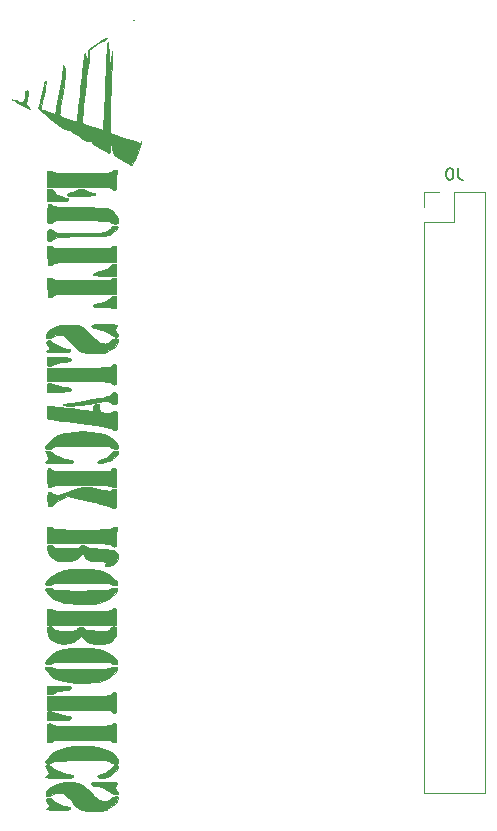
<source format=gbo>
G04 #@! TF.GenerationSoftware,KiCad,Pcbnew,(5.1.6)-1*
G04 #@! TF.CreationDate,2021-10-25T07:34:01+01:00*
G04 #@! TF.ProjectId,Corinthians-Flight-Control-System,436f7269-6e74-4686-9961-6e732d466c69,1*
G04 #@! TF.SameCoordinates,Original*
G04 #@! TF.FileFunction,Legend,Bot*
G04 #@! TF.FilePolarity,Positive*
%FSLAX46Y46*%
G04 Gerber Fmt 4.6, Leading zero omitted, Abs format (unit mm)*
G04 Created by KiCad (PCBNEW (5.1.6)-1) date 2021-10-25 07:34:01*
%MOMM*%
%LPD*%
G01*
G04 APERTURE LIST*
%ADD10C,0.010000*%
%ADD11C,0.120000*%
%ADD12C,0.150000*%
%ADD13C,3.300000*%
%ADD14O,1.800000X1.800000*%
%ADD15R,1.800000X1.800000*%
%ADD16C,2.350000*%
G04 APERTURE END LIST*
D10*
G36*
X90353011Y-133161314D02*
G01*
X90647647Y-133419848D01*
X90984493Y-133680790D01*
X91337701Y-133927760D01*
X91681423Y-134144381D01*
X91989812Y-134314272D01*
X92237019Y-134421056D01*
X92386149Y-134449645D01*
X92529042Y-134495740D01*
X92603863Y-134565104D01*
X92703601Y-134651142D01*
X92900063Y-134784437D01*
X93161650Y-134944435D01*
X93367057Y-135061572D01*
X93671675Y-135226526D01*
X93875122Y-135324907D01*
X94000649Y-135364873D01*
X94071509Y-135354582D01*
X94102339Y-135319561D01*
X94157178Y-135261352D01*
X94218812Y-135314411D01*
X94272124Y-135408165D01*
X94407187Y-135562009D01*
X94669704Y-135758292D01*
X95050584Y-135990236D01*
X95060842Y-135996036D01*
X95338047Y-136147656D01*
X95563534Y-136261716D01*
X95711241Y-136325634D01*
X95756075Y-136331672D01*
X95771032Y-136238056D01*
X95797036Y-136045779D01*
X95822244Y-135846457D01*
X95875823Y-135411028D01*
X95992863Y-135990170D01*
X96109902Y-136569312D01*
X96861463Y-136988027D01*
X97158175Y-137151230D01*
X97407566Y-137284447D01*
X97583117Y-137373783D01*
X97657969Y-137405367D01*
X97704774Y-137341217D01*
X97789205Y-137169653D01*
X97899628Y-136919789D01*
X98024409Y-136620736D01*
X98151912Y-136301609D01*
X98270503Y-135991522D01*
X98368547Y-135719586D01*
X98434409Y-135514916D01*
X98456496Y-135407226D01*
X98445867Y-135312654D01*
X98424085Y-135359267D01*
X98414308Y-135395903D01*
X98336002Y-135491070D01*
X98259440Y-135487339D01*
X98152531Y-135452248D01*
X97933633Y-135379655D01*
X97628405Y-135278095D01*
X97262506Y-135156104D01*
X96977200Y-135060845D01*
X95816057Y-134672931D01*
X95795372Y-133890376D01*
X95793010Y-133590367D01*
X95797713Y-133177545D01*
X95808688Y-132684031D01*
X95825146Y-132141941D01*
X95846297Y-131583395D01*
X95859496Y-131283996D01*
X95884485Y-130722828D01*
X95907832Y-130154082D01*
X95928293Y-129611577D01*
X95944623Y-129129132D01*
X95955577Y-128740566D01*
X95958694Y-128589314D01*
X95973082Y-127718457D01*
X95930855Y-128553028D01*
X95908677Y-128899862D01*
X95884476Y-129102599D01*
X95858181Y-129161061D01*
X95829718Y-129075071D01*
X95799016Y-128844451D01*
X95766002Y-128469023D01*
X95738972Y-128081314D01*
X95713263Y-127734216D01*
X95683289Y-127408192D01*
X95653829Y-127152598D01*
X95640552Y-127065314D01*
X95621037Y-126984841D01*
X95602038Y-126972949D01*
X95583009Y-127037596D01*
X95563408Y-127186737D01*
X95542689Y-127428328D01*
X95520309Y-127770324D01*
X95495724Y-128220683D01*
X95468389Y-128787360D01*
X95437761Y-129478310D01*
X95403296Y-130301490D01*
X95380021Y-130875314D01*
X95347094Y-131688401D01*
X95318905Y-132368049D01*
X95294822Y-132925866D01*
X95274210Y-133373457D01*
X95256436Y-133722427D01*
X95240866Y-133984383D01*
X95226867Y-134170930D01*
X95213805Y-134293673D01*
X95201047Y-134364219D01*
X95187959Y-134394174D01*
X95187931Y-134394202D01*
X95117103Y-134379977D01*
X94940637Y-134329321D01*
X94690320Y-134252506D01*
X94397938Y-134159802D01*
X94095278Y-134061479D01*
X93814125Y-133967808D01*
X93586267Y-133889059D01*
X93443491Y-133835503D01*
X93413013Y-133820715D01*
X93416134Y-133751404D01*
X93432035Y-133574831D01*
X93457359Y-133327979D01*
X93459675Y-133306457D01*
X93497407Y-132943821D01*
X93537015Y-132543020D01*
X93560761Y-132290457D01*
X93610964Y-131755460D01*
X93672927Y-131121618D01*
X93742131Y-130434310D01*
X93814061Y-129738920D01*
X93826205Y-129623457D01*
X93868153Y-129300275D01*
X93918416Y-129024827D01*
X93969560Y-128833497D01*
X94000388Y-128770743D01*
X94053260Y-128649857D01*
X94070505Y-128433350D01*
X94057692Y-128140581D01*
X94019247Y-127619277D01*
X94689737Y-127179010D01*
X94965084Y-127001399D01*
X95196507Y-126858090D01*
X95356974Y-126765443D01*
X95417092Y-126738743D01*
X95488996Y-126681087D01*
X95516661Y-126627456D01*
X95477306Y-126623841D01*
X95339537Y-126692056D01*
X95123736Y-126820545D01*
X94850291Y-126997753D01*
X94780569Y-127044742D01*
X94001771Y-127573314D01*
X93989676Y-127709006D01*
X93989676Y-128432076D01*
X94032820Y-128442038D01*
X94038057Y-128480457D01*
X94011504Y-128540191D01*
X93989676Y-128528838D01*
X93980991Y-128442713D01*
X93989676Y-128432076D01*
X93989676Y-127709006D01*
X93965079Y-127984959D01*
X93929748Y-128266722D01*
X93887747Y-128416833D01*
X93842456Y-128431426D01*
X93797258Y-128306633D01*
X93777189Y-128199860D01*
X93736228Y-128014975D01*
X93690751Y-127909389D01*
X93675946Y-127899885D01*
X93643012Y-127966067D01*
X93607433Y-128139773D01*
X93576794Y-128383747D01*
X93576221Y-128389743D01*
X93552251Y-128630782D01*
X93516944Y-128970075D01*
X93472442Y-129388306D01*
X93420888Y-129866161D01*
X93364423Y-130384325D01*
X93305189Y-130923485D01*
X93245329Y-131464325D01*
X93186985Y-131987532D01*
X93132298Y-132473790D01*
X93083411Y-132903786D01*
X93042467Y-133258206D01*
X93011606Y-133517733D01*
X92992972Y-133663056D01*
X92988681Y-133687345D01*
X92916746Y-133676084D01*
X92743672Y-133626638D01*
X92504553Y-133550889D01*
X92234486Y-133460720D01*
X91968563Y-133368016D01*
X91741881Y-133284658D01*
X91589534Y-133222529D01*
X91547048Y-133199210D01*
X91527190Y-133103039D01*
X91536837Y-132910880D01*
X91565014Y-132716819D01*
X91615772Y-132426076D01*
X91678999Y-132044909D01*
X91749598Y-131606137D01*
X91822471Y-131142581D01*
X91892521Y-130687062D01*
X91954652Y-130272401D01*
X92003765Y-129931417D01*
X92034763Y-129696931D01*
X92036981Y-129677886D01*
X92040683Y-129341673D01*
X91976061Y-129134724D01*
X91873877Y-128954419D01*
X91830905Y-129207295D01*
X91807353Y-129348423D01*
X91764164Y-129609673D01*
X91705144Y-129967928D01*
X91634098Y-130400072D01*
X91554832Y-130882990D01*
X91497546Y-131232431D01*
X91416165Y-131721859D01*
X91340638Y-132162439D01*
X91274549Y-132534342D01*
X91221482Y-132817744D01*
X91185021Y-132992817D01*
X91170570Y-133041278D01*
X91090281Y-133035756D01*
X90906309Y-132990103D01*
X90651648Y-132913032D01*
X90519934Y-132869456D01*
X90225069Y-132765142D01*
X90045182Y-132686933D01*
X89956024Y-132619925D01*
X89933345Y-132549213D01*
X89938406Y-132512037D01*
X89967553Y-132378208D01*
X90018852Y-132142417D01*
X90083631Y-131844532D01*
X90120791Y-131673600D01*
X90195199Y-131333016D01*
X90266837Y-131008041D01*
X90324254Y-130750515D01*
X90341911Y-130672586D01*
X90374456Y-130439940D01*
X90359606Y-130270667D01*
X90349801Y-130247775D01*
X90309269Y-130245982D01*
X90256194Y-130369992D01*
X90188391Y-130626332D01*
X90123898Y-130922218D01*
X90044269Y-131298999D01*
X89961564Y-131675292D01*
X89887822Y-131996968D01*
X89851865Y-132145314D01*
X89742370Y-132580743D01*
X90353011Y-133161314D01*
G37*
X90353011Y-133161314D02*
X90647647Y-133419848D01*
X90984493Y-133680790D01*
X91337701Y-133927760D01*
X91681423Y-134144381D01*
X91989812Y-134314272D01*
X92237019Y-134421056D01*
X92386149Y-134449645D01*
X92529042Y-134495740D01*
X92603863Y-134565104D01*
X92703601Y-134651142D01*
X92900063Y-134784437D01*
X93161650Y-134944435D01*
X93367057Y-135061572D01*
X93671675Y-135226526D01*
X93875122Y-135324907D01*
X94000649Y-135364873D01*
X94071509Y-135354582D01*
X94102339Y-135319561D01*
X94157178Y-135261352D01*
X94218812Y-135314411D01*
X94272124Y-135408165D01*
X94407187Y-135562009D01*
X94669704Y-135758292D01*
X95050584Y-135990236D01*
X95060842Y-135996036D01*
X95338047Y-136147656D01*
X95563534Y-136261716D01*
X95711241Y-136325634D01*
X95756075Y-136331672D01*
X95771032Y-136238056D01*
X95797036Y-136045779D01*
X95822244Y-135846457D01*
X95875823Y-135411028D01*
X95992863Y-135990170D01*
X96109902Y-136569312D01*
X96861463Y-136988027D01*
X97158175Y-137151230D01*
X97407566Y-137284447D01*
X97583117Y-137373783D01*
X97657969Y-137405367D01*
X97704774Y-137341217D01*
X97789205Y-137169653D01*
X97899628Y-136919789D01*
X98024409Y-136620736D01*
X98151912Y-136301609D01*
X98270503Y-135991522D01*
X98368547Y-135719586D01*
X98434409Y-135514916D01*
X98456496Y-135407226D01*
X98445867Y-135312654D01*
X98424085Y-135359267D01*
X98414308Y-135395903D01*
X98336002Y-135491070D01*
X98259440Y-135487339D01*
X98152531Y-135452248D01*
X97933633Y-135379655D01*
X97628405Y-135278095D01*
X97262506Y-135156104D01*
X96977200Y-135060845D01*
X95816057Y-134672931D01*
X95795372Y-133890376D01*
X95793010Y-133590367D01*
X95797713Y-133177545D01*
X95808688Y-132684031D01*
X95825146Y-132141941D01*
X95846297Y-131583395D01*
X95859496Y-131283996D01*
X95884485Y-130722828D01*
X95907832Y-130154082D01*
X95928293Y-129611577D01*
X95944623Y-129129132D01*
X95955577Y-128740566D01*
X95958694Y-128589314D01*
X95973082Y-127718457D01*
X95930855Y-128553028D01*
X95908677Y-128899862D01*
X95884476Y-129102599D01*
X95858181Y-129161061D01*
X95829718Y-129075071D01*
X95799016Y-128844451D01*
X95766002Y-128469023D01*
X95738972Y-128081314D01*
X95713263Y-127734216D01*
X95683289Y-127408192D01*
X95653829Y-127152598D01*
X95640552Y-127065314D01*
X95621037Y-126984841D01*
X95602038Y-126972949D01*
X95583009Y-127037596D01*
X95563408Y-127186737D01*
X95542689Y-127428328D01*
X95520309Y-127770324D01*
X95495724Y-128220683D01*
X95468389Y-128787360D01*
X95437761Y-129478310D01*
X95403296Y-130301490D01*
X95380021Y-130875314D01*
X95347094Y-131688401D01*
X95318905Y-132368049D01*
X95294822Y-132925866D01*
X95274210Y-133373457D01*
X95256436Y-133722427D01*
X95240866Y-133984383D01*
X95226867Y-134170930D01*
X95213805Y-134293673D01*
X95201047Y-134364219D01*
X95187959Y-134394174D01*
X95187931Y-134394202D01*
X95117103Y-134379977D01*
X94940637Y-134329321D01*
X94690320Y-134252506D01*
X94397938Y-134159802D01*
X94095278Y-134061479D01*
X93814125Y-133967808D01*
X93586267Y-133889059D01*
X93443491Y-133835503D01*
X93413013Y-133820715D01*
X93416134Y-133751404D01*
X93432035Y-133574831D01*
X93457359Y-133327979D01*
X93459675Y-133306457D01*
X93497407Y-132943821D01*
X93537015Y-132543020D01*
X93560761Y-132290457D01*
X93610964Y-131755460D01*
X93672927Y-131121618D01*
X93742131Y-130434310D01*
X93814061Y-129738920D01*
X93826205Y-129623457D01*
X93868153Y-129300275D01*
X93918416Y-129024827D01*
X93969560Y-128833497D01*
X94000388Y-128770743D01*
X94053260Y-128649857D01*
X94070505Y-128433350D01*
X94057692Y-128140581D01*
X94019247Y-127619277D01*
X94689737Y-127179010D01*
X94965084Y-127001399D01*
X95196507Y-126858090D01*
X95356974Y-126765443D01*
X95417092Y-126738743D01*
X95488996Y-126681087D01*
X95516661Y-126627456D01*
X95477306Y-126623841D01*
X95339537Y-126692056D01*
X95123736Y-126820545D01*
X94850291Y-126997753D01*
X94780569Y-127044742D01*
X94001771Y-127573314D01*
X93989676Y-127709006D01*
X93989676Y-128432076D01*
X94032820Y-128442038D01*
X94038057Y-128480457D01*
X94011504Y-128540191D01*
X93989676Y-128528838D01*
X93980991Y-128442713D01*
X93989676Y-128432076D01*
X93989676Y-127709006D01*
X93965079Y-127984959D01*
X93929748Y-128266722D01*
X93887747Y-128416833D01*
X93842456Y-128431426D01*
X93797258Y-128306633D01*
X93777189Y-128199860D01*
X93736228Y-128014975D01*
X93690751Y-127909389D01*
X93675946Y-127899885D01*
X93643012Y-127966067D01*
X93607433Y-128139773D01*
X93576794Y-128383747D01*
X93576221Y-128389743D01*
X93552251Y-128630782D01*
X93516944Y-128970075D01*
X93472442Y-129388306D01*
X93420888Y-129866161D01*
X93364423Y-130384325D01*
X93305189Y-130923485D01*
X93245329Y-131464325D01*
X93186985Y-131987532D01*
X93132298Y-132473790D01*
X93083411Y-132903786D01*
X93042467Y-133258206D01*
X93011606Y-133517733D01*
X92992972Y-133663056D01*
X92988681Y-133687345D01*
X92916746Y-133676084D01*
X92743672Y-133626638D01*
X92504553Y-133550889D01*
X92234486Y-133460720D01*
X91968563Y-133368016D01*
X91741881Y-133284658D01*
X91589534Y-133222529D01*
X91547048Y-133199210D01*
X91527190Y-133103039D01*
X91536837Y-132910880D01*
X91565014Y-132716819D01*
X91615772Y-132426076D01*
X91678999Y-132044909D01*
X91749598Y-131606137D01*
X91822471Y-131142581D01*
X91892521Y-130687062D01*
X91954652Y-130272401D01*
X92003765Y-129931417D01*
X92034763Y-129696931D01*
X92036981Y-129677886D01*
X92040683Y-129341673D01*
X91976061Y-129134724D01*
X91873877Y-128954419D01*
X91830905Y-129207295D01*
X91807353Y-129348423D01*
X91764164Y-129609673D01*
X91705144Y-129967928D01*
X91634098Y-130400072D01*
X91554832Y-130882990D01*
X91497546Y-131232431D01*
X91416165Y-131721859D01*
X91340638Y-132162439D01*
X91274549Y-132534342D01*
X91221482Y-132817744D01*
X91185021Y-132992817D01*
X91170570Y-133041278D01*
X91090281Y-133035756D01*
X90906309Y-132990103D01*
X90651648Y-132913032D01*
X90519934Y-132869456D01*
X90225069Y-132765142D01*
X90045182Y-132686933D01*
X89956024Y-132619925D01*
X89933345Y-132549213D01*
X89938406Y-132512037D01*
X89967553Y-132378208D01*
X90018852Y-132142417D01*
X90083631Y-131844532D01*
X90120791Y-131673600D01*
X90195199Y-131333016D01*
X90266837Y-131008041D01*
X90324254Y-130750515D01*
X90341911Y-130672586D01*
X90374456Y-130439940D01*
X90359606Y-130270667D01*
X90349801Y-130247775D01*
X90309269Y-130245982D01*
X90256194Y-130369992D01*
X90188391Y-130626332D01*
X90123898Y-130922218D01*
X90044269Y-131298999D01*
X89961564Y-131675292D01*
X89887822Y-131996968D01*
X89851865Y-132145314D01*
X89742370Y-132580743D01*
X90353011Y-133161314D01*
G36*
X97775485Y-125142171D02*
G01*
X97811771Y-125105885D01*
X97775485Y-125069600D01*
X97739200Y-125105885D01*
X97775485Y-125142171D01*
G37*
X97775485Y-125142171D02*
X97811771Y-125105885D01*
X97775485Y-125069600D01*
X97739200Y-125105885D01*
X97775485Y-125142171D01*
G36*
X90492932Y-142053648D02*
G01*
X90509863Y-142189047D01*
X90545593Y-142261220D01*
X90604537Y-142297439D01*
X90630976Y-142306513D01*
X90808250Y-142298078D01*
X90950599Y-142199437D01*
X91000273Y-142156141D01*
X91057559Y-142121889D01*
X91138481Y-142095806D01*
X91259068Y-142077020D01*
X91435343Y-142064655D01*
X91683333Y-142057837D01*
X92019065Y-142055693D01*
X92458564Y-142057348D01*
X93017856Y-142061927D01*
X93404351Y-142065587D01*
X94047335Y-142072413D01*
X94560849Y-142079814D01*
X94960567Y-142088751D01*
X95262159Y-142100185D01*
X95481301Y-142115080D01*
X95633663Y-142134397D01*
X95734918Y-142159097D01*
X95800740Y-142190142D01*
X95832412Y-142214600D01*
X96009110Y-142305375D01*
X96239057Y-142341600D01*
X96415465Y-142330302D01*
X96490010Y-142274918D01*
X96505484Y-142143209D01*
X96505486Y-142140896D01*
X96470866Y-141941758D01*
X96386021Y-141716863D01*
X96370977Y-141687325D01*
X96228022Y-141491265D01*
X96023290Y-141289920D01*
X95929490Y-141216743D01*
X95622511Y-140999028D01*
X93350009Y-140962743D01*
X92710873Y-140951948D01*
X92201018Y-140941466D01*
X91804589Y-140930186D01*
X91505731Y-140916995D01*
X91288588Y-140900782D01*
X91137306Y-140880436D01*
X91036030Y-140854845D01*
X90968904Y-140822897D01*
X90930324Y-140793096D01*
X90774376Y-140701533D01*
X90650742Y-140685099D01*
X90591038Y-140711967D01*
X90550755Y-140782564D01*
X90524949Y-140922717D01*
X90508675Y-141158254D01*
X90497802Y-141484094D01*
X90490384Y-141827754D01*
X90492932Y-142053648D01*
G37*
X90492932Y-142053648D02*
X90509863Y-142189047D01*
X90545593Y-142261220D01*
X90604537Y-142297439D01*
X90630976Y-142306513D01*
X90808250Y-142298078D01*
X90950599Y-142199437D01*
X91000273Y-142156141D01*
X91057559Y-142121889D01*
X91138481Y-142095806D01*
X91259068Y-142077020D01*
X91435343Y-142064655D01*
X91683333Y-142057837D01*
X92019065Y-142055693D01*
X92458564Y-142057348D01*
X93017856Y-142061927D01*
X93404351Y-142065587D01*
X94047335Y-142072413D01*
X94560849Y-142079814D01*
X94960567Y-142088751D01*
X95262159Y-142100185D01*
X95481301Y-142115080D01*
X95633663Y-142134397D01*
X95734918Y-142159097D01*
X95800740Y-142190142D01*
X95832412Y-142214600D01*
X96009110Y-142305375D01*
X96239057Y-142341600D01*
X96415465Y-142330302D01*
X96490010Y-142274918D01*
X96505484Y-142143209D01*
X96505486Y-142140896D01*
X96470866Y-141941758D01*
X96386021Y-141716863D01*
X96370977Y-141687325D01*
X96228022Y-141491265D01*
X96023290Y-141289920D01*
X95929490Y-141216743D01*
X95622511Y-140999028D01*
X93350009Y-140962743D01*
X92710873Y-140951948D01*
X92201018Y-140941466D01*
X91804589Y-140930186D01*
X91505731Y-140916995D01*
X91288588Y-140900782D01*
X91137306Y-140880436D01*
X91036030Y-140854845D01*
X90968904Y-140822897D01*
X90930324Y-140793096D01*
X90774376Y-140701533D01*
X90650742Y-140685099D01*
X90591038Y-140711967D01*
X90550755Y-140782564D01*
X90524949Y-140922717D01*
X90508675Y-141158254D01*
X90497802Y-141484094D01*
X90490384Y-141827754D01*
X90492932Y-142053648D01*
G36*
X90504550Y-143705643D02*
G01*
X90547731Y-143780476D01*
X90618442Y-143811766D01*
X90777850Y-143792598D01*
X90989229Y-143685421D01*
X91029696Y-143657756D01*
X91298356Y-143466457D01*
X93412064Y-143430171D01*
X94023810Y-143419226D01*
X94508621Y-143408766D01*
X94884693Y-143397268D01*
X95170220Y-143383208D01*
X95383396Y-143365062D01*
X95542417Y-143341308D01*
X95665476Y-143310422D01*
X95770769Y-143270881D01*
X95869979Y-143224371D01*
X96092488Y-143086904D01*
X96296460Y-142914404D01*
X96446062Y-142741930D01*
X96505464Y-142604544D01*
X96505486Y-142602540D01*
X96441244Y-142574922D01*
X96281666Y-142560110D01*
X96228847Y-142559314D01*
X96011589Y-142586810D01*
X95858601Y-142693728D01*
X95793858Y-142773496D01*
X95592426Y-142955858D01*
X95362924Y-143063377D01*
X95209770Y-143085487D01*
X94931490Y-143104736D01*
X94548089Y-143120420D01*
X94079568Y-143131838D01*
X93545931Y-143138287D01*
X93195470Y-143139481D01*
X91300597Y-143139886D01*
X91027851Y-142954795D01*
X90799934Y-142820084D01*
X90648705Y-142791682D01*
X90557842Y-142880039D01*
X90511025Y-143095608D01*
X90497095Y-143294646D01*
X90490369Y-143555192D01*
X90504550Y-143705643D01*
G37*
X90504550Y-143705643D02*
X90547731Y-143780476D01*
X90618442Y-143811766D01*
X90777850Y-143792598D01*
X90989229Y-143685421D01*
X91029696Y-143657756D01*
X91298356Y-143466457D01*
X93412064Y-143430171D01*
X94023810Y-143419226D01*
X94508621Y-143408766D01*
X94884693Y-143397268D01*
X95170220Y-143383208D01*
X95383396Y-143365062D01*
X95542417Y-143341308D01*
X95665476Y-143310422D01*
X95770769Y-143270881D01*
X95869979Y-143224371D01*
X96092488Y-143086904D01*
X96296460Y-142914404D01*
X96446062Y-142741930D01*
X96505464Y-142604544D01*
X96505486Y-142602540D01*
X96441244Y-142574922D01*
X96281666Y-142560110D01*
X96228847Y-142559314D01*
X96011589Y-142586810D01*
X95858601Y-142693728D01*
X95793858Y-142773496D01*
X95592426Y-142955858D01*
X95362924Y-143063377D01*
X95209770Y-143085487D01*
X94931490Y-143104736D01*
X94548089Y-143120420D01*
X94079568Y-143131838D01*
X93545931Y-143138287D01*
X93195470Y-143139481D01*
X91300597Y-143139886D01*
X91027851Y-142954795D01*
X90799934Y-142820084D01*
X90648705Y-142791682D01*
X90557842Y-142880039D01*
X90511025Y-143095608D01*
X90497095Y-143294646D01*
X90490369Y-143555192D01*
X90504550Y-143705643D01*
G36*
X94217636Y-151036013D02*
G01*
X94292849Y-151096010D01*
X94476215Y-151177766D01*
X94593491Y-151195314D01*
X94823638Y-151233231D01*
X95119559Y-151332030D01*
X95428175Y-151469285D01*
X95696409Y-151622571D01*
X95813443Y-151710754D01*
X96078464Y-151879144D01*
X96279209Y-151921028D01*
X96451894Y-151889995D01*
X96499821Y-151793293D01*
X96424136Y-151625523D01*
X96360343Y-151538369D01*
X96246863Y-151376256D01*
X96228542Y-151264768D01*
X96302156Y-151147816D01*
X96335707Y-151109869D01*
X96408072Y-150990516D01*
X96402298Y-150922726D01*
X96300051Y-150890997D01*
X96086576Y-150866841D01*
X95795603Y-150850506D01*
X95460861Y-150842239D01*
X95116081Y-150842285D01*
X94794992Y-150850894D01*
X94531323Y-150868310D01*
X94358806Y-150894782D01*
X94323705Y-150907511D01*
X94209769Y-150978749D01*
X94217636Y-151036013D01*
G37*
X94217636Y-151036013D02*
X94292849Y-151096010D01*
X94476215Y-151177766D01*
X94593491Y-151195314D01*
X94823638Y-151233231D01*
X95119559Y-151332030D01*
X95428175Y-151469285D01*
X95696409Y-151622571D01*
X95813443Y-151710754D01*
X96078464Y-151879144D01*
X96279209Y-151921028D01*
X96451894Y-151889995D01*
X96499821Y-151793293D01*
X96424136Y-151625523D01*
X96360343Y-151538369D01*
X96246863Y-151376256D01*
X96228542Y-151264768D01*
X96302156Y-151147816D01*
X96335707Y-151109869D01*
X96408072Y-150990516D01*
X96402298Y-150922726D01*
X96300051Y-150890997D01*
X96086576Y-150866841D01*
X95795603Y-150850506D01*
X95460861Y-150842239D01*
X95116081Y-150842285D01*
X94794992Y-150850894D01*
X94531323Y-150868310D01*
X94358806Y-150894782D01*
X94323705Y-150907511D01*
X94209769Y-150978749D01*
X94217636Y-151036013D01*
G36*
X90421633Y-152058481D02*
G01*
X90556184Y-152066171D01*
X90770933Y-152022122D01*
X90981541Y-151915809D01*
X90986234Y-151912380D01*
X91241386Y-151798544D01*
X91550852Y-151762368D01*
X91843256Y-151808930D01*
X91927782Y-151845405D01*
X92038826Y-151936052D01*
X92208263Y-152110017D01*
X92405949Y-152335605D01*
X92482281Y-152428365D01*
X92806823Y-152792049D01*
X93120958Y-153048222D01*
X93460430Y-153213160D01*
X93860982Y-153303140D01*
X94358358Y-153334437D01*
X94473486Y-153335086D01*
X94848954Y-153329240D01*
X95121712Y-153308781D01*
X95333951Y-153267448D01*
X95527863Y-153198978D01*
X95597439Y-153168255D01*
X96000598Y-152940352D01*
X96281594Y-152676162D01*
X96403524Y-152487061D01*
X96495940Y-152262586D01*
X96484390Y-152128893D01*
X96364569Y-152071249D01*
X96280602Y-152066171D01*
X96056388Y-152120961D01*
X95843837Y-152292990D01*
X95704499Y-152427010D01*
X95577038Y-152487908D01*
X95400728Y-152495511D01*
X95258902Y-152483964D01*
X95094708Y-152463478D01*
X94962681Y-152425713D01*
X94834954Y-152351560D01*
X94683657Y-152221909D01*
X94480924Y-152017653D01*
X94298666Y-151825546D01*
X94043737Y-151566493D01*
X93800318Y-151338891D01*
X93598217Y-151169495D01*
X93479805Y-151090583D01*
X93069886Y-150954553D01*
X92581168Y-150889821D01*
X92060416Y-150894881D01*
X91554394Y-150968226D01*
X91109866Y-151108351D01*
X90980768Y-151171088D01*
X90684404Y-151364253D01*
X90498461Y-151574743D01*
X90389784Y-151841155D01*
X90383297Y-151866600D01*
X90362779Y-152005747D01*
X90421633Y-152058481D01*
G37*
X90421633Y-152058481D02*
X90556184Y-152066171D01*
X90770933Y-152022122D01*
X90981541Y-151915809D01*
X90986234Y-151912380D01*
X91241386Y-151798544D01*
X91550852Y-151762368D01*
X91843256Y-151808930D01*
X91927782Y-151845405D01*
X92038826Y-151936052D01*
X92208263Y-152110017D01*
X92405949Y-152335605D01*
X92482281Y-152428365D01*
X92806823Y-152792049D01*
X93120958Y-153048222D01*
X93460430Y-153213160D01*
X93860982Y-153303140D01*
X94358358Y-153334437D01*
X94473486Y-153335086D01*
X94848954Y-153329240D01*
X95121712Y-153308781D01*
X95333951Y-153267448D01*
X95527863Y-153198978D01*
X95597439Y-153168255D01*
X96000598Y-152940352D01*
X96281594Y-152676162D01*
X96403524Y-152487061D01*
X96495940Y-152262586D01*
X96484390Y-152128893D01*
X96364569Y-152071249D01*
X96280602Y-152066171D01*
X96056388Y-152120961D01*
X95843837Y-152292990D01*
X95704499Y-152427010D01*
X95577038Y-152487908D01*
X95400728Y-152495511D01*
X95258902Y-152483964D01*
X95094708Y-152463478D01*
X94962681Y-152425713D01*
X94834954Y-152351560D01*
X94683657Y-152221909D01*
X94480924Y-152017653D01*
X94298666Y-151825546D01*
X94043737Y-151566493D01*
X93800318Y-151338891D01*
X93598217Y-151169495D01*
X93479805Y-151090583D01*
X93069886Y-150954553D01*
X92581168Y-150889821D01*
X92060416Y-150894881D01*
X91554394Y-150968226D01*
X91109866Y-151108351D01*
X90980768Y-151171088D01*
X90684404Y-151364253D01*
X90498461Y-151574743D01*
X90389784Y-151841155D01*
X90383297Y-151866600D01*
X90362779Y-152005747D01*
X90421633Y-152058481D01*
G36*
X90388708Y-161388560D02*
G01*
X90562481Y-161427871D01*
X90567057Y-161427886D01*
X90777688Y-161388175D01*
X90937429Y-161300886D01*
X90988132Y-161265302D01*
X91063708Y-161236645D01*
X91179742Y-161213976D01*
X91351820Y-161196353D01*
X91595527Y-161182835D01*
X91926448Y-161172482D01*
X92360170Y-161164352D01*
X92912277Y-161157505D01*
X93389549Y-161152862D01*
X94030077Y-161147343D01*
X94541293Y-161144250D01*
X94939015Y-161144401D01*
X95239067Y-161148613D01*
X95457267Y-161157701D01*
X95609437Y-161172484D01*
X95711397Y-161193778D01*
X95778969Y-161222399D01*
X95827973Y-161259165D01*
X95849462Y-161279862D01*
X96007788Y-161381149D01*
X96197267Y-161429268D01*
X96371870Y-161422821D01*
X96485570Y-161360414D01*
X96505486Y-161299753D01*
X96471897Y-161151537D01*
X96389888Y-160960019D01*
X96378486Y-160938581D01*
X96139897Y-160643766D01*
X95781470Y-160393869D01*
X95322558Y-160192675D01*
X94782513Y-160043965D01*
X94180688Y-159951522D01*
X93536436Y-159919130D01*
X92869111Y-159950570D01*
X92198064Y-160049626D01*
X92023552Y-160087344D01*
X91416412Y-160282899D01*
X90918445Y-160561873D01*
X90604452Y-160841886D01*
X90409894Y-161092420D01*
X90337913Y-161275694D01*
X90388708Y-161388560D01*
G37*
X90388708Y-161388560D02*
X90562481Y-161427871D01*
X90567057Y-161427886D01*
X90777688Y-161388175D01*
X90937429Y-161300886D01*
X90988132Y-161265302D01*
X91063708Y-161236645D01*
X91179742Y-161213976D01*
X91351820Y-161196353D01*
X91595527Y-161182835D01*
X91926448Y-161172482D01*
X92360170Y-161164352D01*
X92912277Y-161157505D01*
X93389549Y-161152862D01*
X94030077Y-161147343D01*
X94541293Y-161144250D01*
X94939015Y-161144401D01*
X95239067Y-161148613D01*
X95457267Y-161157701D01*
X95609437Y-161172484D01*
X95711397Y-161193778D01*
X95778969Y-161222399D01*
X95827973Y-161259165D01*
X95849462Y-161279862D01*
X96007788Y-161381149D01*
X96197267Y-161429268D01*
X96371870Y-161422821D01*
X96485570Y-161360414D01*
X96505486Y-161299753D01*
X96471897Y-161151537D01*
X96389888Y-160960019D01*
X96378486Y-160938581D01*
X96139897Y-160643766D01*
X95781470Y-160393869D01*
X95322558Y-160192675D01*
X94782513Y-160043965D01*
X94180688Y-159951522D01*
X93536436Y-159919130D01*
X92869111Y-159950570D01*
X92198064Y-160049626D01*
X92023552Y-160087344D01*
X91416412Y-160282899D01*
X90918445Y-160561873D01*
X90604452Y-160841886D01*
X90409894Y-161092420D01*
X90337913Y-161275694D01*
X90388708Y-161388560D01*
G36*
X94755966Y-162610252D02*
G01*
X94886512Y-162650802D01*
X95108152Y-162633882D01*
X95383176Y-162568920D01*
X95673870Y-162465342D01*
X95942524Y-162332575D01*
X95994539Y-162300634D01*
X96235568Y-162115160D01*
X96405559Y-161923459D01*
X96486730Y-161751644D01*
X96461297Y-161625828D01*
X96457105Y-161621409D01*
X96355490Y-161585832D01*
X96204968Y-161573028D01*
X96029679Y-161614935D01*
X95903222Y-161763482D01*
X95888997Y-161790031D01*
X95714648Y-161995946D01*
X95435935Y-162177204D01*
X95093632Y-162308943D01*
X95000461Y-162331755D01*
X94787589Y-162405940D01*
X94706694Y-162504022D01*
X94755966Y-162610252D01*
G37*
X94755966Y-162610252D02*
X94886512Y-162650802D01*
X95108152Y-162633882D01*
X95383176Y-162568920D01*
X95673870Y-162465342D01*
X95942524Y-162332575D01*
X95994539Y-162300634D01*
X96235568Y-162115160D01*
X96405559Y-161923459D01*
X96486730Y-161751644D01*
X96461297Y-161625828D01*
X96457105Y-161621409D01*
X96355490Y-161585832D01*
X96204968Y-161573028D01*
X96029679Y-161614935D01*
X95903222Y-161763482D01*
X95888997Y-161790031D01*
X95714648Y-161995946D01*
X95435935Y-162177204D01*
X95093632Y-162308943D01*
X95000461Y-162331755D01*
X94787589Y-162405940D01*
X94706694Y-162504022D01*
X94755966Y-162610252D01*
G36*
X90546564Y-170206384D02*
G01*
X90732492Y-170516111D01*
X91028450Y-170749394D01*
X91423046Y-170897282D01*
X91904892Y-170950825D01*
X91909699Y-170950852D01*
X92409943Y-170921712D01*
X92800314Y-170824120D01*
X93102614Y-170650688D01*
X93263692Y-170492024D01*
X93490506Y-170221863D01*
X93578748Y-170431731D01*
X93715937Y-170651128D01*
X93925316Y-170802196D01*
X94226852Y-170893033D01*
X94640513Y-170931740D01*
X94818200Y-170934471D01*
X95157659Y-170939660D01*
X95368229Y-170958586D01*
X95465934Y-170996785D01*
X95466796Y-171059792D01*
X95403609Y-171136733D01*
X95350579Y-171235470D01*
X95407590Y-171295227D01*
X95544709Y-171315407D01*
X95732001Y-171295415D01*
X95939533Y-171234656D01*
X96109067Y-171150773D01*
X96367389Y-170930734D01*
X96496599Y-170678561D01*
X96490590Y-170411291D01*
X96427100Y-170263455D01*
X96310181Y-170123883D01*
X96131005Y-170018811D01*
X95869737Y-169942772D01*
X95506542Y-169890295D01*
X95021586Y-169855910D01*
X94934462Y-169851858D01*
X94521195Y-169830093D01*
X94228332Y-169804632D01*
X94031134Y-169771654D01*
X93904862Y-169727339D01*
X93840176Y-169682885D01*
X93622674Y-169568906D01*
X93396005Y-169593346D01*
X93239771Y-169701028D01*
X93166226Y-169761124D01*
X93069365Y-169802040D01*
X92922198Y-169827377D01*
X92697738Y-169840732D01*
X92368993Y-169845704D01*
X92151200Y-169846171D01*
X91758511Y-169844102D01*
X91483947Y-169835495D01*
X91300516Y-169816752D01*
X91181231Y-169784274D01*
X91099101Y-169734463D01*
X91062628Y-169701028D01*
X90879561Y-169591776D01*
X90699771Y-169555885D01*
X90557177Y-169568505D01*
X90495979Y-169634838D01*
X90482150Y-169797593D01*
X90482057Y-169829161D01*
X90546564Y-170206384D01*
G37*
X90546564Y-170206384D02*
X90732492Y-170516111D01*
X91028450Y-170749394D01*
X91423046Y-170897282D01*
X91904892Y-170950825D01*
X91909699Y-170950852D01*
X92409943Y-170921712D01*
X92800314Y-170824120D01*
X93102614Y-170650688D01*
X93263692Y-170492024D01*
X93490506Y-170221863D01*
X93578748Y-170431731D01*
X93715937Y-170651128D01*
X93925316Y-170802196D01*
X94226852Y-170893033D01*
X94640513Y-170931740D01*
X94818200Y-170934471D01*
X95157659Y-170939660D01*
X95368229Y-170958586D01*
X95465934Y-170996785D01*
X95466796Y-171059792D01*
X95403609Y-171136733D01*
X95350579Y-171235470D01*
X95407590Y-171295227D01*
X95544709Y-171315407D01*
X95732001Y-171295415D01*
X95939533Y-171234656D01*
X96109067Y-171150773D01*
X96367389Y-170930734D01*
X96496599Y-170678561D01*
X96490590Y-170411291D01*
X96427100Y-170263455D01*
X96310181Y-170123883D01*
X96131005Y-170018811D01*
X95869737Y-169942772D01*
X95506542Y-169890295D01*
X95021586Y-169855910D01*
X94934462Y-169851858D01*
X94521195Y-169830093D01*
X94228332Y-169804632D01*
X94031134Y-169771654D01*
X93904862Y-169727339D01*
X93840176Y-169682885D01*
X93622674Y-169568906D01*
X93396005Y-169593346D01*
X93239771Y-169701028D01*
X93166226Y-169761124D01*
X93069365Y-169802040D01*
X92922198Y-169827377D01*
X92697738Y-169840732D01*
X92368993Y-169845704D01*
X92151200Y-169846171D01*
X91758511Y-169844102D01*
X91483947Y-169835495D01*
X91300516Y-169816752D01*
X91181231Y-169784274D01*
X91099101Y-169734463D01*
X91062628Y-169701028D01*
X90879561Y-169591776D01*
X90699771Y-169555885D01*
X90557177Y-169568505D01*
X90495979Y-169634838D01*
X90482150Y-169797593D01*
X90482057Y-169829161D01*
X90546564Y-170206384D01*
G36*
X90388708Y-188022275D02*
G01*
X90562481Y-188061585D01*
X90567057Y-188061600D01*
X90777688Y-188021889D01*
X90937429Y-187934600D01*
X90988132Y-187899016D01*
X91063708Y-187870360D01*
X91179742Y-187847691D01*
X91351820Y-187830067D01*
X91595527Y-187816550D01*
X91926448Y-187806196D01*
X92360170Y-187798066D01*
X92912277Y-187791219D01*
X93389549Y-187786576D01*
X94030077Y-187781057D01*
X94541293Y-187777964D01*
X94939015Y-187778115D01*
X95239067Y-187782327D01*
X95457267Y-187791416D01*
X95609437Y-187806198D01*
X95711397Y-187827492D01*
X95778969Y-187856114D01*
X95827973Y-187892879D01*
X95849462Y-187913576D01*
X96007788Y-188014864D01*
X96197267Y-188062982D01*
X96371870Y-188056535D01*
X96485570Y-187994128D01*
X96505486Y-187933468D01*
X96471897Y-187785251D01*
X96389888Y-187593733D01*
X96378486Y-187572295D01*
X96139897Y-187277480D01*
X95781470Y-187027584D01*
X95322558Y-186826389D01*
X94782513Y-186677679D01*
X94180688Y-186585236D01*
X93536436Y-186552844D01*
X92869111Y-186584284D01*
X92198064Y-186683341D01*
X92023552Y-186721058D01*
X91416412Y-186916613D01*
X90918445Y-187195587D01*
X90604452Y-187475600D01*
X90409894Y-187726135D01*
X90337913Y-187909409D01*
X90388708Y-188022275D01*
G37*
X90388708Y-188022275D02*
X90562481Y-188061585D01*
X90567057Y-188061600D01*
X90777688Y-188021889D01*
X90937429Y-187934600D01*
X90988132Y-187899016D01*
X91063708Y-187870360D01*
X91179742Y-187847691D01*
X91351820Y-187830067D01*
X91595527Y-187816550D01*
X91926448Y-187806196D01*
X92360170Y-187798066D01*
X92912277Y-187791219D01*
X93389549Y-187786576D01*
X94030077Y-187781057D01*
X94541293Y-187777964D01*
X94939015Y-187778115D01*
X95239067Y-187782327D01*
X95457267Y-187791416D01*
X95609437Y-187806198D01*
X95711397Y-187827492D01*
X95778969Y-187856114D01*
X95827973Y-187892879D01*
X95849462Y-187913576D01*
X96007788Y-188014864D01*
X96197267Y-188062982D01*
X96371870Y-188056535D01*
X96485570Y-187994128D01*
X96505486Y-187933468D01*
X96471897Y-187785251D01*
X96389888Y-187593733D01*
X96378486Y-187572295D01*
X96139897Y-187277480D01*
X95781470Y-187027584D01*
X95322558Y-186826389D01*
X94782513Y-186677679D01*
X94180688Y-186585236D01*
X93536436Y-186552844D01*
X92869111Y-186584284D01*
X92198064Y-186683341D01*
X92023552Y-186721058D01*
X91416412Y-186916613D01*
X90918445Y-187195587D01*
X90604452Y-187475600D01*
X90409894Y-187726135D01*
X90337913Y-187909409D01*
X90388708Y-188022275D01*
G36*
X94766517Y-189230754D02*
G01*
X94926570Y-189281887D01*
X94929418Y-189282219D01*
X95222281Y-189262341D01*
X95561039Y-189159410D01*
X95899666Y-188996190D01*
X96192135Y-188795445D01*
X96392418Y-188579939D01*
X96410619Y-188549640D01*
X96487926Y-188392666D01*
X96493244Y-188304769D01*
X96457105Y-188255124D01*
X96355490Y-188219546D01*
X96204968Y-188206743D01*
X96029420Y-188248799D01*
X95902897Y-188397753D01*
X95889264Y-188423229D01*
X95709329Y-188641955D01*
X95409488Y-188823342D01*
X95023859Y-188961889D01*
X94821653Y-189048740D01*
X94733708Y-189145700D01*
X94766517Y-189230754D01*
G37*
X94766517Y-189230754D02*
X94926570Y-189281887D01*
X94929418Y-189282219D01*
X95222281Y-189262341D01*
X95561039Y-189159410D01*
X95899666Y-188996190D01*
X96192135Y-188795445D01*
X96392418Y-188579939D01*
X96410619Y-188549640D01*
X96487926Y-188392666D01*
X96493244Y-188304769D01*
X96457105Y-188255124D01*
X96355490Y-188219546D01*
X96204968Y-188206743D01*
X96029420Y-188248799D01*
X95902897Y-188397753D01*
X95889264Y-188423229D01*
X95709329Y-188641955D01*
X95409488Y-188823342D01*
X95023859Y-188961889D01*
X94821653Y-189048740D01*
X94733708Y-189145700D01*
X94766517Y-189230754D01*
G36*
X94217636Y-189789156D02*
G01*
X94292849Y-189849153D01*
X94476215Y-189930909D01*
X94593491Y-189948457D01*
X94823638Y-189986374D01*
X95119559Y-190085173D01*
X95428175Y-190222428D01*
X95696409Y-190375714D01*
X95813443Y-190463897D01*
X96078464Y-190632287D01*
X96279209Y-190674171D01*
X96451894Y-190643137D01*
X96499821Y-190546436D01*
X96424136Y-190378666D01*
X96360343Y-190291511D01*
X96246863Y-190129399D01*
X96228542Y-190017910D01*
X96302156Y-189900959D01*
X96335707Y-189863012D01*
X96408072Y-189743659D01*
X96402298Y-189675869D01*
X96300051Y-189644140D01*
X96086576Y-189619984D01*
X95795603Y-189603649D01*
X95460861Y-189595381D01*
X95116081Y-189595428D01*
X94794992Y-189604036D01*
X94531323Y-189621453D01*
X94358806Y-189647924D01*
X94323705Y-189660653D01*
X94209769Y-189731892D01*
X94217636Y-189789156D01*
G37*
X94217636Y-189789156D02*
X94292849Y-189849153D01*
X94476215Y-189930909D01*
X94593491Y-189948457D01*
X94823638Y-189986374D01*
X95119559Y-190085173D01*
X95428175Y-190222428D01*
X95696409Y-190375714D01*
X95813443Y-190463897D01*
X96078464Y-190632287D01*
X96279209Y-190674171D01*
X96451894Y-190643137D01*
X96499821Y-190546436D01*
X96424136Y-190378666D01*
X96360343Y-190291511D01*
X96246863Y-190129399D01*
X96228542Y-190017910D01*
X96302156Y-189900959D01*
X96335707Y-189863012D01*
X96408072Y-189743659D01*
X96402298Y-189675869D01*
X96300051Y-189644140D01*
X96086576Y-189619984D01*
X95795603Y-189603649D01*
X95460861Y-189595381D01*
X95116081Y-189595428D01*
X94794992Y-189604036D01*
X94531323Y-189621453D01*
X94358806Y-189647924D01*
X94323705Y-189660653D01*
X94209769Y-189731892D01*
X94217636Y-189789156D01*
G36*
X90421633Y-190811624D02*
G01*
X90556184Y-190819314D01*
X90770933Y-190775265D01*
X90981541Y-190668951D01*
X90986234Y-190665523D01*
X91241398Y-190551682D01*
X91550876Y-190515513D01*
X91843297Y-190562092D01*
X91927819Y-190598567D01*
X92038953Y-190689716D01*
X92207534Y-190864351D01*
X92403256Y-191090352D01*
X92474017Y-191177466D01*
X92797665Y-191542684D01*
X93114868Y-191800403D01*
X93460584Y-191966544D01*
X93869770Y-192057032D01*
X94377386Y-192087791D01*
X94473486Y-192088229D01*
X94848954Y-192082382D01*
X95121712Y-192061924D01*
X95333951Y-192020591D01*
X95527863Y-191952121D01*
X95597439Y-191921398D01*
X96000598Y-191693494D01*
X96281594Y-191429305D01*
X96403524Y-191240204D01*
X96495940Y-191015729D01*
X96484390Y-190882036D01*
X96364569Y-190824392D01*
X96280602Y-190819314D01*
X96056388Y-190874104D01*
X95843837Y-191046133D01*
X95704499Y-191180153D01*
X95577038Y-191241051D01*
X95400728Y-191248654D01*
X95258902Y-191237106D01*
X95094708Y-191216621D01*
X94962681Y-191178856D01*
X94834954Y-191104703D01*
X94683657Y-190975052D01*
X94480924Y-190770796D01*
X94298666Y-190578689D01*
X94043737Y-190319636D01*
X93800318Y-190092034D01*
X93598217Y-189922638D01*
X93479805Y-189843726D01*
X93069886Y-189707696D01*
X92581168Y-189642964D01*
X92060416Y-189648024D01*
X91554394Y-189721369D01*
X91109866Y-189861494D01*
X90980768Y-189924231D01*
X90684404Y-190117395D01*
X90498461Y-190327886D01*
X90389784Y-190594298D01*
X90383297Y-190619743D01*
X90362779Y-190758890D01*
X90421633Y-190811624D01*
G37*
X90421633Y-190811624D02*
X90556184Y-190819314D01*
X90770933Y-190775265D01*
X90981541Y-190668951D01*
X90986234Y-190665523D01*
X91241398Y-190551682D01*
X91550876Y-190515513D01*
X91843297Y-190562092D01*
X91927819Y-190598567D01*
X92038953Y-190689716D01*
X92207534Y-190864351D01*
X92403256Y-191090352D01*
X92474017Y-191177466D01*
X92797665Y-191542684D01*
X93114868Y-191800403D01*
X93460584Y-191966544D01*
X93869770Y-192057032D01*
X94377386Y-192087791D01*
X94473486Y-192088229D01*
X94848954Y-192082382D01*
X95121712Y-192061924D01*
X95333951Y-192020591D01*
X95527863Y-191952121D01*
X95597439Y-191921398D01*
X96000598Y-191693494D01*
X96281594Y-191429305D01*
X96403524Y-191240204D01*
X96495940Y-191015729D01*
X96484390Y-190882036D01*
X96364569Y-190824392D01*
X96280602Y-190819314D01*
X96056388Y-190874104D01*
X95843837Y-191046133D01*
X95704499Y-191180153D01*
X95577038Y-191241051D01*
X95400728Y-191248654D01*
X95258902Y-191237106D01*
X95094708Y-191216621D01*
X94962681Y-191178856D01*
X94834954Y-191104703D01*
X94683657Y-190975052D01*
X94480924Y-190770796D01*
X94298666Y-190578689D01*
X94043737Y-190319636D01*
X93800318Y-190092034D01*
X93598217Y-189922638D01*
X93479805Y-189843726D01*
X93069886Y-189707696D01*
X92581168Y-189642964D01*
X92060416Y-189648024D01*
X91554394Y-189721369D01*
X91109866Y-189861494D01*
X90980768Y-189924231D01*
X90684404Y-190117395D01*
X90498461Y-190327886D01*
X90389784Y-190594298D01*
X90383297Y-190619743D01*
X90362779Y-190758890D01*
X90421633Y-190811624D01*
G36*
X91852657Y-157715700D02*
G01*
X91981364Y-157739956D01*
X92114914Y-157756909D01*
X92330187Y-157769646D01*
X92595649Y-157760892D01*
X92934338Y-157728448D01*
X93369298Y-157670118D01*
X93912953Y-157585431D01*
X94469737Y-157496407D01*
X94901946Y-157432157D01*
X95227893Y-157391973D01*
X95465889Y-157375146D01*
X95634249Y-157380968D01*
X95751284Y-157408732D01*
X95835309Y-157457728D01*
X95888628Y-157509028D01*
X96049833Y-157620668D01*
X96223211Y-157648813D01*
X96357005Y-157590323D01*
X96388864Y-157539379D01*
X96425671Y-157355834D01*
X96431337Y-157123069D01*
X96408989Y-156900252D01*
X96361754Y-156746551D01*
X96345828Y-156725257D01*
X96176901Y-156643171D01*
X95991561Y-156693704D01*
X95894630Y-156776683D01*
X95817365Y-156851215D01*
X95721198Y-156914972D01*
X95588656Y-156972308D01*
X95402265Y-157027572D01*
X95144550Y-157085116D01*
X94798039Y-157149293D01*
X94345258Y-157224453D01*
X93768733Y-157314947D01*
X93675200Y-157329389D01*
X93058037Y-157425584D01*
X92575282Y-157503870D01*
X92217652Y-157566790D01*
X91975859Y-157616889D01*
X91840620Y-157656711D01*
X91802647Y-157688800D01*
X91852657Y-157715700D01*
G37*
X91852657Y-157715700D02*
X91981364Y-157739956D01*
X92114914Y-157756909D01*
X92330187Y-157769646D01*
X92595649Y-157760892D01*
X92934338Y-157728448D01*
X93369298Y-157670118D01*
X93912953Y-157585431D01*
X94469737Y-157496407D01*
X94901946Y-157432157D01*
X95227893Y-157391973D01*
X95465889Y-157375146D01*
X95634249Y-157380968D01*
X95751284Y-157408732D01*
X95835309Y-157457728D01*
X95888628Y-157509028D01*
X96049833Y-157620668D01*
X96223211Y-157648813D01*
X96357005Y-157590323D01*
X96388864Y-157539379D01*
X96425671Y-157355834D01*
X96431337Y-157123069D01*
X96408989Y-156900252D01*
X96361754Y-156746551D01*
X96345828Y-156725257D01*
X96176901Y-156643171D01*
X95991561Y-156693704D01*
X95894630Y-156776683D01*
X95817365Y-156851215D01*
X95721198Y-156914972D01*
X95588656Y-156972308D01*
X95402265Y-157027572D01*
X95144550Y-157085116D01*
X94798039Y-157149293D01*
X94345258Y-157224453D01*
X93768733Y-157314947D01*
X93675200Y-157329389D01*
X93058037Y-157425584D01*
X92575282Y-157503870D01*
X92217652Y-157566790D01*
X91975859Y-157616889D01*
X91840620Y-157656711D01*
X91802647Y-157688800D01*
X91852657Y-157715700D01*
G36*
X90490702Y-158649563D02*
G01*
X90518268Y-158826017D01*
X90567204Y-158887656D01*
X90572771Y-158888074D01*
X90663406Y-158897656D01*
X90881037Y-158924832D01*
X91208875Y-158967383D01*
X91630131Y-159023091D01*
X92128017Y-159089735D01*
X92685745Y-159165096D01*
X93254779Y-159242613D01*
X93989812Y-159344673D01*
X94591063Y-159431794D01*
X95068927Y-159505784D01*
X95433795Y-159568452D01*
X95696059Y-159621608D01*
X95866114Y-159667061D01*
X95954350Y-159706620D01*
X95963249Y-159714139D01*
X96093027Y-159807986D01*
X96169583Y-159831314D01*
X96286802Y-159799996D01*
X96365349Y-159692858D01*
X96411376Y-159490127D01*
X96431033Y-159172029D01*
X96432914Y-158984782D01*
X96429846Y-158664407D01*
X96416545Y-158458296D01*
X96386869Y-158335630D01*
X96334674Y-158265587D01*
X96282905Y-158232138D01*
X96131992Y-158192056D01*
X95969961Y-158258707D01*
X95958887Y-158265871D01*
X95688067Y-158365058D01*
X95324144Y-158365027D01*
X95135700Y-158334528D01*
X94997630Y-158296254D01*
X94931211Y-158225002D01*
X94910381Y-158076580D01*
X94908914Y-157949958D01*
X94908914Y-157610745D01*
X94654914Y-157640398D01*
X94491590Y-157670025D01*
X94419415Y-157738216D01*
X94401332Y-157891421D01*
X94400914Y-157958776D01*
X94400914Y-158247500D01*
X94128771Y-158203186D01*
X93818481Y-158155869D01*
X93429575Y-158101412D01*
X92989466Y-158043136D01*
X92525567Y-157984367D01*
X92065293Y-157928427D01*
X91636056Y-157878641D01*
X91265271Y-157838332D01*
X90980351Y-157810823D01*
X90808710Y-157799439D01*
X90797675Y-157799314D01*
X90482057Y-157799314D01*
X90482057Y-158343600D01*
X90490702Y-158649563D01*
G37*
X90490702Y-158649563D02*
X90518268Y-158826017D01*
X90567204Y-158887656D01*
X90572771Y-158888074D01*
X90663406Y-158897656D01*
X90881037Y-158924832D01*
X91208875Y-158967383D01*
X91630131Y-159023091D01*
X92128017Y-159089735D01*
X92685745Y-159165096D01*
X93254779Y-159242613D01*
X93989812Y-159344673D01*
X94591063Y-159431794D01*
X95068927Y-159505784D01*
X95433795Y-159568452D01*
X95696059Y-159621608D01*
X95866114Y-159667061D01*
X95954350Y-159706620D01*
X95963249Y-159714139D01*
X96093027Y-159807986D01*
X96169583Y-159831314D01*
X96286802Y-159799996D01*
X96365349Y-159692858D01*
X96411376Y-159490127D01*
X96431033Y-159172029D01*
X96432914Y-158984782D01*
X96429846Y-158664407D01*
X96416545Y-158458296D01*
X96386869Y-158335630D01*
X96334674Y-158265587D01*
X96282905Y-158232138D01*
X96131992Y-158192056D01*
X95969961Y-158258707D01*
X95958887Y-158265871D01*
X95688067Y-158365058D01*
X95324144Y-158365027D01*
X95135700Y-158334528D01*
X94997630Y-158296254D01*
X94931211Y-158225002D01*
X94910381Y-158076580D01*
X94908914Y-157949958D01*
X94908914Y-157610745D01*
X94654914Y-157640398D01*
X94491590Y-157670025D01*
X94419415Y-157738216D01*
X94401332Y-157891421D01*
X94400914Y-157958776D01*
X94400914Y-158247500D01*
X94128771Y-158203186D01*
X93818481Y-158155869D01*
X93429575Y-158101412D01*
X92989466Y-158043136D01*
X92525567Y-157984367D01*
X92065293Y-157928427D01*
X91636056Y-157878641D01*
X91265271Y-157838332D01*
X90980351Y-157810823D01*
X90808710Y-157799439D01*
X90797675Y-157799314D01*
X90482057Y-157799314D01*
X90482057Y-158343600D01*
X90490702Y-158649563D01*
G36*
X90408278Y-172936020D02*
G01*
X90582028Y-172966743D01*
X90777043Y-172936249D01*
X90913522Y-172862408D01*
X90917485Y-172857885D01*
X90960397Y-172827561D01*
X91043064Y-172803290D01*
X91179947Y-172784433D01*
X91385507Y-172770356D01*
X91674205Y-172760419D01*
X92060503Y-172753988D01*
X92558862Y-172750423D01*
X93183742Y-172749089D01*
X93388616Y-172749028D01*
X94053886Y-172749865D01*
X94588574Y-172752798D01*
X95007235Y-172758464D01*
X95324421Y-172767500D01*
X95554687Y-172780541D01*
X95712587Y-172798225D01*
X95812674Y-172821187D01*
X95869502Y-172850064D01*
X95878261Y-172857885D01*
X96027221Y-172936892D01*
X96210016Y-172966743D01*
X96381517Y-172927644D01*
X96432309Y-172814343D01*
X96362662Y-172632830D01*
X96184703Y-172402135D01*
X95831094Y-172093074D01*
X95390081Y-171857852D01*
X94850685Y-171693177D01*
X94201930Y-171595755D01*
X93432838Y-171562295D01*
X93384914Y-171562247D01*
X92580727Y-171598147D01*
X91898271Y-171705177D01*
X91331789Y-171885088D01*
X90875524Y-172139634D01*
X90566238Y-172420321D01*
X90389036Y-172660351D01*
X90336408Y-172833119D01*
X90408278Y-172936020D01*
G37*
X90408278Y-172936020D02*
X90582028Y-172966743D01*
X90777043Y-172936249D01*
X90913522Y-172862408D01*
X90917485Y-172857885D01*
X90960397Y-172827561D01*
X91043064Y-172803290D01*
X91179947Y-172784433D01*
X91385507Y-172770356D01*
X91674205Y-172760419D01*
X92060503Y-172753988D01*
X92558862Y-172750423D01*
X93183742Y-172749089D01*
X93388616Y-172749028D01*
X94053886Y-172749865D01*
X94588574Y-172752798D01*
X95007235Y-172758464D01*
X95324421Y-172767500D01*
X95554687Y-172780541D01*
X95712587Y-172798225D01*
X95812674Y-172821187D01*
X95869502Y-172850064D01*
X95878261Y-172857885D01*
X96027221Y-172936892D01*
X96210016Y-172966743D01*
X96381517Y-172927644D01*
X96432309Y-172814343D01*
X96362662Y-172632830D01*
X96184703Y-172402135D01*
X95831094Y-172093074D01*
X95390081Y-171857852D01*
X94850685Y-171693177D01*
X94201930Y-171595755D01*
X93432838Y-171562295D01*
X93384914Y-171562247D01*
X92580727Y-171598147D01*
X91898271Y-171705177D01*
X91331789Y-171885088D01*
X90875524Y-172139634D01*
X90566238Y-172420321D01*
X90389036Y-172660351D01*
X90336408Y-172833119D01*
X90408278Y-172936020D01*
G36*
X90391458Y-173450070D02*
G01*
X90531356Y-173664703D01*
X90723760Y-173875338D01*
X90896602Y-174013822D01*
X91211166Y-174198114D01*
X91539642Y-174335403D01*
X91911842Y-174432738D01*
X92357580Y-174497169D01*
X92906672Y-174535743D01*
X93142884Y-174544903D01*
X93822894Y-174551420D01*
X94386977Y-174519652D01*
X94860310Y-174445310D01*
X95268074Y-174324103D01*
X95635445Y-174151742D01*
X95712318Y-174107149D01*
X95980363Y-173914501D01*
X96208977Y-173691981D01*
X96369382Y-173472518D01*
X96432801Y-173289041D01*
X96432914Y-173282582D01*
X96368228Y-173207652D01*
X96223495Y-173184457D01*
X96002784Y-173219415D01*
X95806209Y-173292867D01*
X95668885Y-173326689D01*
X95411807Y-173354988D01*
X95056910Y-173377752D01*
X94626129Y-173394969D01*
X94141395Y-173406626D01*
X93624645Y-173412711D01*
X93097811Y-173413211D01*
X92582827Y-173408114D01*
X92101627Y-173397407D01*
X91676145Y-173381078D01*
X91328316Y-173359115D01*
X91080071Y-173331505D01*
X90953347Y-173298235D01*
X90949499Y-173295622D01*
X90796353Y-173223586D01*
X90610889Y-173190268D01*
X90443804Y-173197361D01*
X90345795Y-173246558D01*
X90337185Y-173275171D01*
X90391458Y-173450070D01*
G37*
X90391458Y-173450070D02*
X90531356Y-173664703D01*
X90723760Y-173875338D01*
X90896602Y-174013822D01*
X91211166Y-174198114D01*
X91539642Y-174335403D01*
X91911842Y-174432738D01*
X92357580Y-174497169D01*
X92906672Y-174535743D01*
X93142884Y-174544903D01*
X93822894Y-174551420D01*
X94386977Y-174519652D01*
X94860310Y-174445310D01*
X95268074Y-174324103D01*
X95635445Y-174151742D01*
X95712318Y-174107149D01*
X95980363Y-173914501D01*
X96208977Y-173691981D01*
X96369382Y-173472518D01*
X96432801Y-173289041D01*
X96432914Y-173282582D01*
X96368228Y-173207652D01*
X96223495Y-173184457D01*
X96002784Y-173219415D01*
X95806209Y-173292867D01*
X95668885Y-173326689D01*
X95411807Y-173354988D01*
X95056910Y-173377752D01*
X94626129Y-173394969D01*
X94141395Y-173406626D01*
X93624645Y-173412711D01*
X93097811Y-173413211D01*
X92582827Y-173408114D01*
X92101627Y-173397407D01*
X91676145Y-173381078D01*
X91328316Y-173359115D01*
X91080071Y-173331505D01*
X90953347Y-173298235D01*
X90949499Y-173295622D01*
X90796353Y-173223586D01*
X90610889Y-173190268D01*
X90443804Y-173197361D01*
X90345795Y-173246558D01*
X90337185Y-173275171D01*
X90391458Y-173450070D01*
G36*
X90408278Y-179612591D02*
G01*
X90582028Y-179643314D01*
X90777043Y-179612820D01*
X90913522Y-179538980D01*
X90917485Y-179534457D01*
X90960397Y-179504133D01*
X91043064Y-179479861D01*
X91179947Y-179461005D01*
X91385507Y-179446927D01*
X91674205Y-179436991D01*
X92060503Y-179430559D01*
X92558862Y-179426995D01*
X93183742Y-179425660D01*
X93388616Y-179425600D01*
X94053886Y-179426436D01*
X94588574Y-179429369D01*
X95007235Y-179435035D01*
X95324421Y-179444071D01*
X95554687Y-179457113D01*
X95712587Y-179474796D01*
X95812674Y-179497758D01*
X95869502Y-179526636D01*
X95878261Y-179534457D01*
X96027221Y-179613464D01*
X96210016Y-179643314D01*
X96381517Y-179604216D01*
X96432309Y-179490915D01*
X96362662Y-179309401D01*
X96184703Y-179078707D01*
X95831094Y-178769645D01*
X95390081Y-178534423D01*
X94850685Y-178369748D01*
X94201930Y-178272327D01*
X93432838Y-178238866D01*
X93384914Y-178238818D01*
X92580727Y-178274719D01*
X91898271Y-178381748D01*
X91331789Y-178561660D01*
X90875524Y-178816205D01*
X90566238Y-179096893D01*
X90389036Y-179336923D01*
X90336408Y-179509691D01*
X90408278Y-179612591D01*
G37*
X90408278Y-179612591D02*
X90582028Y-179643314D01*
X90777043Y-179612820D01*
X90913522Y-179538980D01*
X90917485Y-179534457D01*
X90960397Y-179504133D01*
X91043064Y-179479861D01*
X91179947Y-179461005D01*
X91385507Y-179446927D01*
X91674205Y-179436991D01*
X92060503Y-179430559D01*
X92558862Y-179426995D01*
X93183742Y-179425660D01*
X93388616Y-179425600D01*
X94053886Y-179426436D01*
X94588574Y-179429369D01*
X95007235Y-179435035D01*
X95324421Y-179444071D01*
X95554687Y-179457113D01*
X95712587Y-179474796D01*
X95812674Y-179497758D01*
X95869502Y-179526636D01*
X95878261Y-179534457D01*
X96027221Y-179613464D01*
X96210016Y-179643314D01*
X96381517Y-179604216D01*
X96432309Y-179490915D01*
X96362662Y-179309401D01*
X96184703Y-179078707D01*
X95831094Y-178769645D01*
X95390081Y-178534423D01*
X94850685Y-178369748D01*
X94201930Y-178272327D01*
X93432838Y-178238866D01*
X93384914Y-178238818D01*
X92580727Y-178274719D01*
X91898271Y-178381748D01*
X91331789Y-178561660D01*
X90875524Y-178816205D01*
X90566238Y-179096893D01*
X90389036Y-179336923D01*
X90336408Y-179509691D01*
X90408278Y-179612591D01*
G36*
X90391458Y-180126642D02*
G01*
X90531356Y-180341274D01*
X90723760Y-180551910D01*
X90896602Y-180690394D01*
X91211166Y-180874685D01*
X91539642Y-181011974D01*
X91911842Y-181109310D01*
X92357580Y-181173740D01*
X92906672Y-181212315D01*
X93142884Y-181221474D01*
X93822894Y-181227991D01*
X94386977Y-181196224D01*
X94860310Y-181121881D01*
X95268074Y-181000674D01*
X95635445Y-180828314D01*
X95712318Y-180783720D01*
X95980363Y-180591073D01*
X96208977Y-180368552D01*
X96369382Y-180149089D01*
X96432801Y-179965613D01*
X96432914Y-179959153D01*
X96368228Y-179884224D01*
X96223495Y-179861028D01*
X96002784Y-179895986D01*
X95806209Y-179969438D01*
X95668885Y-180003260D01*
X95411807Y-180031560D01*
X95056910Y-180054324D01*
X94626129Y-180071541D01*
X94141395Y-180083198D01*
X93624645Y-180089283D01*
X93097811Y-180089783D01*
X92582827Y-180084686D01*
X92101627Y-180073979D01*
X91676145Y-180057650D01*
X91328316Y-180035686D01*
X91080071Y-180008076D01*
X90953347Y-179974806D01*
X90949499Y-179972194D01*
X90796353Y-179900158D01*
X90610889Y-179866839D01*
X90443804Y-179873932D01*
X90345795Y-179923130D01*
X90337185Y-179951743D01*
X90391458Y-180126642D01*
G37*
X90391458Y-180126642D02*
X90531356Y-180341274D01*
X90723760Y-180551910D01*
X90896602Y-180690394D01*
X91211166Y-180874685D01*
X91539642Y-181011974D01*
X91911842Y-181109310D01*
X92357580Y-181173740D01*
X92906672Y-181212315D01*
X93142884Y-181221474D01*
X93822894Y-181227991D01*
X94386977Y-181196224D01*
X94860310Y-181121881D01*
X95268074Y-181000674D01*
X95635445Y-180828314D01*
X95712318Y-180783720D01*
X95980363Y-180591073D01*
X96208977Y-180368552D01*
X96369382Y-180149089D01*
X96432801Y-179965613D01*
X96432914Y-179959153D01*
X96368228Y-179884224D01*
X96223495Y-179861028D01*
X96002784Y-179895986D01*
X95806209Y-179969438D01*
X95668885Y-180003260D01*
X95411807Y-180031560D01*
X95056910Y-180054324D01*
X94626129Y-180071541D01*
X94141395Y-180083198D01*
X93624645Y-180089283D01*
X93097811Y-180089783D01*
X92582827Y-180084686D01*
X92101627Y-180073979D01*
X91676145Y-180057650D01*
X91328316Y-180035686D01*
X91080071Y-180008076D01*
X90953347Y-179974806D01*
X90949499Y-179972194D01*
X90796353Y-179900158D01*
X90610889Y-179866839D01*
X90443804Y-179873932D01*
X90345795Y-179923130D01*
X90337185Y-179951743D01*
X90391458Y-180126642D01*
G36*
X93147020Y-139221028D02*
G01*
X93839732Y-139221239D01*
X94401607Y-139222387D01*
X94846948Y-139225248D01*
X95190059Y-139230596D01*
X95445247Y-139239207D01*
X95626814Y-139251855D01*
X95749067Y-139269316D01*
X95826308Y-139292364D01*
X95872844Y-139321774D01*
X95902978Y-139358321D01*
X95910939Y-139370762D01*
X96055589Y-139488623D01*
X96164253Y-139497762D01*
X96233713Y-139480065D01*
X96280420Y-139433404D01*
X96309882Y-139332149D01*
X96327608Y-139150664D01*
X96339106Y-138863317D01*
X96344577Y-138658600D01*
X96365096Y-137842171D01*
X96190177Y-137842171D01*
X96015959Y-137884925D01*
X95924914Y-137951028D01*
X95882260Y-137981156D01*
X95800034Y-138005312D01*
X95663878Y-138024121D01*
X95459435Y-138038206D01*
X95172347Y-138048193D01*
X94788255Y-138054703D01*
X94292803Y-138058363D01*
X93671632Y-138059795D01*
X93420078Y-138059885D01*
X92757375Y-138059235D01*
X92225461Y-138056839D01*
X91809987Y-138052036D01*
X91496604Y-138044160D01*
X91270962Y-138032549D01*
X91118712Y-138016538D01*
X91025504Y-137995463D01*
X90976989Y-137968661D01*
X90961948Y-137946168D01*
X90856237Y-137860524D01*
X90718327Y-137855454D01*
X90518343Y-137878457D01*
X90497476Y-138549743D01*
X90476610Y-139221028D01*
X93147020Y-139221028D01*
G37*
X93147020Y-139221028D02*
X93839732Y-139221239D01*
X94401607Y-139222387D01*
X94846948Y-139225248D01*
X95190059Y-139230596D01*
X95445247Y-139239207D01*
X95626814Y-139251855D01*
X95749067Y-139269316D01*
X95826308Y-139292364D01*
X95872844Y-139321774D01*
X95902978Y-139358321D01*
X95910939Y-139370762D01*
X96055589Y-139488623D01*
X96164253Y-139497762D01*
X96233713Y-139480065D01*
X96280420Y-139433404D01*
X96309882Y-139332149D01*
X96327608Y-139150664D01*
X96339106Y-138863317D01*
X96344577Y-138658600D01*
X96365096Y-137842171D01*
X96190177Y-137842171D01*
X96015959Y-137884925D01*
X95924914Y-137951028D01*
X95882260Y-137981156D01*
X95800034Y-138005312D01*
X95663878Y-138024121D01*
X95459435Y-138038206D01*
X95172347Y-138048193D01*
X94788255Y-138054703D01*
X94292803Y-138058363D01*
X93671632Y-138059795D01*
X93420078Y-138059885D01*
X92757375Y-138059235D01*
X92225461Y-138056839D01*
X91809987Y-138052036D01*
X91496604Y-138044160D01*
X91270962Y-138032549D01*
X91118712Y-138016538D01*
X91025504Y-137995463D01*
X90976989Y-137968661D01*
X90961948Y-137946168D01*
X90856237Y-137860524D01*
X90718327Y-137855454D01*
X90518343Y-137878457D01*
X90497476Y-138549743D01*
X90476610Y-139221028D01*
X93147020Y-139221028D01*
G36*
X90520058Y-145412888D02*
G01*
X90528338Y-145643450D01*
X90547884Y-145780550D01*
X90583396Y-145850020D01*
X90639576Y-145877696D01*
X90667490Y-145882652D01*
X90824966Y-145848204D01*
X90950880Y-145755652D01*
X90990367Y-145716942D01*
X91041351Y-145685624D01*
X91118453Y-145660917D01*
X91236294Y-145642037D01*
X91409496Y-145628202D01*
X91652682Y-145618630D01*
X91980471Y-145612538D01*
X92407486Y-145609143D01*
X92948349Y-145607664D01*
X93617680Y-145607317D01*
X93722733Y-145607314D01*
X96360343Y-145607314D01*
X96360343Y-144917886D01*
X96358885Y-144598444D01*
X96349977Y-144396969D01*
X96326819Y-144286287D01*
X96282610Y-144239223D01*
X96210548Y-144228602D01*
X96187800Y-144228457D01*
X96014261Y-144271802D01*
X95924914Y-144337314D01*
X95882260Y-144367441D01*
X95800034Y-144391598D01*
X95663878Y-144410407D01*
X95459435Y-144424492D01*
X95172347Y-144434478D01*
X94788255Y-144440989D01*
X94292803Y-144444649D01*
X93671632Y-144446081D01*
X93420078Y-144446171D01*
X92757375Y-144445520D01*
X92225461Y-144443125D01*
X91809987Y-144438322D01*
X91496604Y-144430446D01*
X91270962Y-144418835D01*
X91118712Y-144402824D01*
X91025504Y-144381749D01*
X90976989Y-144354947D01*
X90961948Y-144332454D01*
X90856237Y-144246810D01*
X90718327Y-144241740D01*
X90518343Y-144264743D01*
X90518343Y-145063028D01*
X90520058Y-145412888D01*
G37*
X90520058Y-145412888D02*
X90528338Y-145643450D01*
X90547884Y-145780550D01*
X90583396Y-145850020D01*
X90639576Y-145877696D01*
X90667490Y-145882652D01*
X90824966Y-145848204D01*
X90950880Y-145755652D01*
X90990367Y-145716942D01*
X91041351Y-145685624D01*
X91118453Y-145660917D01*
X91236294Y-145642037D01*
X91409496Y-145628202D01*
X91652682Y-145618630D01*
X91980471Y-145612538D01*
X92407486Y-145609143D01*
X92948349Y-145607664D01*
X93617680Y-145607317D01*
X93722733Y-145607314D01*
X96360343Y-145607314D01*
X96360343Y-144917886D01*
X96358885Y-144598444D01*
X96349977Y-144396969D01*
X96326819Y-144286287D01*
X96282610Y-144239223D01*
X96210548Y-144228602D01*
X96187800Y-144228457D01*
X96014261Y-144271802D01*
X95924914Y-144337314D01*
X95882260Y-144367441D01*
X95800034Y-144391598D01*
X95663878Y-144410407D01*
X95459435Y-144424492D01*
X95172347Y-144434478D01*
X94788255Y-144440989D01*
X94292803Y-144444649D01*
X93671632Y-144446081D01*
X93420078Y-144446171D01*
X92757375Y-144445520D01*
X92225461Y-144443125D01*
X91809987Y-144438322D01*
X91496604Y-144430446D01*
X91270962Y-144418835D01*
X91118712Y-144402824D01*
X91025504Y-144381749D01*
X90976989Y-144354947D01*
X90961948Y-144332454D01*
X90856237Y-144246810D01*
X90718327Y-144241740D01*
X90518343Y-144264743D01*
X90518343Y-145063028D01*
X90520058Y-145412888D01*
G36*
X94390537Y-146671762D02*
G01*
X94481474Y-146703196D01*
X94657261Y-146725401D01*
X94937717Y-146740836D01*
X95342661Y-146751957D01*
X95362486Y-146752362D01*
X96360343Y-146772553D01*
X96360343Y-145752457D01*
X96145182Y-145752457D01*
X95943253Y-145800989D01*
X95857843Y-145887322D01*
X95701109Y-146068307D01*
X95432121Y-146222644D01*
X95036763Y-146357742D01*
X94887535Y-146396580D01*
X94575502Y-146487497D01*
X94401852Y-146572333D01*
X94364628Y-146628644D01*
X94390537Y-146671762D01*
G37*
X94390537Y-146671762D02*
X94481474Y-146703196D01*
X94657261Y-146725401D01*
X94937717Y-146740836D01*
X95342661Y-146751957D01*
X95362486Y-146752362D01*
X96360343Y-146772553D01*
X96360343Y-145752457D01*
X96145182Y-145752457D01*
X95943253Y-145800989D01*
X95857843Y-145887322D01*
X95701109Y-146068307D01*
X95432121Y-146222644D01*
X95036763Y-146357742D01*
X94887535Y-146396580D01*
X94575502Y-146487497D01*
X94401852Y-146572333D01*
X94364628Y-146628644D01*
X94390537Y-146671762D01*
G36*
X90520058Y-148098031D02*
G01*
X90528338Y-148328593D01*
X90547884Y-148465693D01*
X90583396Y-148535163D01*
X90639576Y-148562839D01*
X90667490Y-148567794D01*
X90824966Y-148533347D01*
X90950880Y-148440794D01*
X90990367Y-148402085D01*
X91041351Y-148370767D01*
X91118453Y-148346060D01*
X91236294Y-148327180D01*
X91409496Y-148313345D01*
X91652682Y-148303773D01*
X91980471Y-148297681D01*
X92407486Y-148294286D01*
X92948349Y-148292807D01*
X93617680Y-148292460D01*
X93722733Y-148292457D01*
X96360343Y-148292457D01*
X96360343Y-147603028D01*
X96358885Y-147283587D01*
X96349977Y-147082112D01*
X96326819Y-146971430D01*
X96282610Y-146924366D01*
X96210548Y-146913745D01*
X96187800Y-146913600D01*
X96014261Y-146956945D01*
X95924914Y-147022457D01*
X95882260Y-147052584D01*
X95800034Y-147076741D01*
X95663878Y-147095549D01*
X95459435Y-147109635D01*
X95172347Y-147119621D01*
X94788255Y-147126132D01*
X94292803Y-147129792D01*
X93671632Y-147131224D01*
X93420078Y-147131314D01*
X92757375Y-147130663D01*
X92225461Y-147128268D01*
X91809987Y-147123464D01*
X91496604Y-147115589D01*
X91270962Y-147103978D01*
X91118712Y-147087966D01*
X91025504Y-147066892D01*
X90976989Y-147040090D01*
X90961948Y-147017597D01*
X90856237Y-146931953D01*
X90718327Y-146926882D01*
X90518343Y-146949885D01*
X90518343Y-147748171D01*
X90520058Y-148098031D01*
G37*
X90520058Y-148098031D02*
X90528338Y-148328593D01*
X90547884Y-148465693D01*
X90583396Y-148535163D01*
X90639576Y-148562839D01*
X90667490Y-148567794D01*
X90824966Y-148533347D01*
X90950880Y-148440794D01*
X90990367Y-148402085D01*
X91041351Y-148370767D01*
X91118453Y-148346060D01*
X91236294Y-148327180D01*
X91409496Y-148313345D01*
X91652682Y-148303773D01*
X91980471Y-148297681D01*
X92407486Y-148294286D01*
X92948349Y-148292807D01*
X93617680Y-148292460D01*
X93722733Y-148292457D01*
X96360343Y-148292457D01*
X96360343Y-147603028D01*
X96358885Y-147283587D01*
X96349977Y-147082112D01*
X96326819Y-146971430D01*
X96282610Y-146924366D01*
X96210548Y-146913745D01*
X96187800Y-146913600D01*
X96014261Y-146956945D01*
X95924914Y-147022457D01*
X95882260Y-147052584D01*
X95800034Y-147076741D01*
X95663878Y-147095549D01*
X95459435Y-147109635D01*
X95172347Y-147119621D01*
X94788255Y-147126132D01*
X94292803Y-147129792D01*
X93671632Y-147131224D01*
X93420078Y-147131314D01*
X92757375Y-147130663D01*
X92225461Y-147128268D01*
X91809987Y-147123464D01*
X91496604Y-147115589D01*
X91270962Y-147103978D01*
X91118712Y-147087966D01*
X91025504Y-147066892D01*
X90976989Y-147040090D01*
X90961948Y-147017597D01*
X90856237Y-146931953D01*
X90718327Y-146926882D01*
X90518343Y-146949885D01*
X90518343Y-147748171D01*
X90520058Y-148098031D01*
G36*
X94390537Y-149356905D02*
G01*
X94481474Y-149388339D01*
X94657261Y-149410544D01*
X94937717Y-149425978D01*
X95342661Y-149437100D01*
X95362486Y-149437505D01*
X96360343Y-149457696D01*
X96360343Y-148437600D01*
X96145182Y-148437600D01*
X95943253Y-148486132D01*
X95857843Y-148572465D01*
X95701109Y-148753450D01*
X95432121Y-148907787D01*
X95036763Y-149042885D01*
X94887535Y-149081722D01*
X94575502Y-149172640D01*
X94401852Y-149257476D01*
X94364628Y-149313786D01*
X94390537Y-149356905D01*
G37*
X94390537Y-149356905D02*
X94481474Y-149388339D01*
X94657261Y-149410544D01*
X94937717Y-149425978D01*
X95342661Y-149437100D01*
X95362486Y-149437505D01*
X96360343Y-149457696D01*
X96360343Y-148437600D01*
X96145182Y-148437600D01*
X95943253Y-148486132D01*
X95857843Y-148572465D01*
X95701109Y-148753450D01*
X95432121Y-148907787D01*
X95036763Y-149042885D01*
X94887535Y-149081722D01*
X94575502Y-149172640D01*
X94401852Y-149257476D01*
X94364628Y-149313786D01*
X94390537Y-149356905D01*
G36*
X93149743Y-155694743D02*
G01*
X93842069Y-155694954D01*
X94403565Y-155696104D01*
X94848542Y-155698969D01*
X95191314Y-155704327D01*
X95446193Y-155712951D01*
X95627491Y-155725620D01*
X95749521Y-155743108D01*
X95826594Y-155766193D01*
X95873024Y-155795650D01*
X95903123Y-155832255D01*
X95910939Y-155844477D01*
X96055589Y-155962337D01*
X96164253Y-155971477D01*
X96234230Y-155953553D01*
X96281095Y-155906269D01*
X96310500Y-155803755D01*
X96328096Y-155620138D01*
X96339535Y-155329550D01*
X96344442Y-155146652D01*
X96348339Y-154818727D01*
X96343245Y-154545902D01*
X96330284Y-154359873D01*
X96314204Y-154293938D01*
X96174516Y-154242474D01*
X96011468Y-154289190D01*
X95908072Y-154388457D01*
X95879964Y-154426135D01*
X95837950Y-154456660D01*
X95767738Y-154480783D01*
X95655035Y-154499258D01*
X95485548Y-154512836D01*
X95244983Y-154522269D01*
X94919047Y-154528309D01*
X94493447Y-154531709D01*
X93953890Y-154533220D01*
X93286083Y-154533595D01*
X93149743Y-154533600D01*
X90482057Y-154533600D01*
X90482057Y-155694743D01*
X93149743Y-155694743D01*
G37*
X93149743Y-155694743D02*
X93842069Y-155694954D01*
X94403565Y-155696104D01*
X94848542Y-155698969D01*
X95191314Y-155704327D01*
X95446193Y-155712951D01*
X95627491Y-155725620D01*
X95749521Y-155743108D01*
X95826594Y-155766193D01*
X95873024Y-155795650D01*
X95903123Y-155832255D01*
X95910939Y-155844477D01*
X96055589Y-155962337D01*
X96164253Y-155971477D01*
X96234230Y-155953553D01*
X96281095Y-155906269D01*
X96310500Y-155803755D01*
X96328096Y-155620138D01*
X96339535Y-155329550D01*
X96344442Y-155146652D01*
X96348339Y-154818727D01*
X96343245Y-154545902D01*
X96330284Y-154359873D01*
X96314204Y-154293938D01*
X96174516Y-154242474D01*
X96011468Y-154289190D01*
X95908072Y-154388457D01*
X95879964Y-154426135D01*
X95837950Y-154456660D01*
X95767738Y-154480783D01*
X95655035Y-154499258D01*
X95485548Y-154512836D01*
X95244983Y-154522269D01*
X94919047Y-154528309D01*
X94493447Y-154531709D01*
X93953890Y-154533220D01*
X93286083Y-154533595D01*
X93149743Y-154533600D01*
X90482057Y-154533600D01*
X90482057Y-155694743D01*
X93149743Y-155694743D01*
G36*
X90497833Y-163885844D02*
G01*
X90508903Y-164229010D01*
X90524043Y-164453318D01*
X90548949Y-164585042D01*
X90589320Y-164650459D01*
X90650854Y-164675843D01*
X90669836Y-164678959D01*
X90835886Y-164647584D01*
X90914579Y-164588245D01*
X90956003Y-164557259D01*
X91033087Y-164532426D01*
X91160397Y-164513093D01*
X91352498Y-164498606D01*
X91623955Y-164488313D01*
X91989335Y-164481560D01*
X92463202Y-164477696D01*
X93060122Y-164476066D01*
X93421200Y-164475886D01*
X94087342Y-164476617D01*
X94622913Y-164479246D01*
X95042476Y-164484426D01*
X95360599Y-164492810D01*
X95591847Y-164505051D01*
X95750784Y-164521801D01*
X95851976Y-164543713D01*
X95909990Y-164571441D01*
X95927821Y-164588245D01*
X96071282Y-164671591D01*
X96172564Y-164678959D01*
X96240161Y-164659383D01*
X96285197Y-164606221D01*
X96313369Y-164493197D01*
X96330377Y-164294037D01*
X96341919Y-163982464D01*
X96344567Y-163885844D01*
X96350582Y-163532517D01*
X96344343Y-163298840D01*
X96323043Y-163159627D01*
X96283877Y-163089694D01*
X96253853Y-163071693D01*
X96068585Y-163062350D01*
X95924445Y-163159821D01*
X95896517Y-163211497D01*
X95865427Y-163240428D01*
X95787490Y-163263591D01*
X95648846Y-163281578D01*
X95435637Y-163294987D01*
X95134003Y-163304411D01*
X94730088Y-163310447D01*
X94210030Y-163313691D01*
X93559973Y-163314736D01*
X93493110Y-163314743D01*
X92843619Y-163314384D01*
X92323297Y-163312694D01*
X91916171Y-163308746D01*
X91606267Y-163301619D01*
X91377612Y-163290388D01*
X91214233Y-163274130D01*
X91100156Y-163251920D01*
X91019408Y-163222834D01*
X90956017Y-163185950D01*
X90928727Y-163166436D01*
X90739620Y-163069209D01*
X90602727Y-163066252D01*
X90546782Y-163104181D01*
X90511876Y-163183847D01*
X90494599Y-163331892D01*
X90491542Y-163574960D01*
X90497833Y-163885844D01*
G37*
X90497833Y-163885844D02*
X90508903Y-164229010D01*
X90524043Y-164453318D01*
X90548949Y-164585042D01*
X90589320Y-164650459D01*
X90650854Y-164675843D01*
X90669836Y-164678959D01*
X90835886Y-164647584D01*
X90914579Y-164588245D01*
X90956003Y-164557259D01*
X91033087Y-164532426D01*
X91160397Y-164513093D01*
X91352498Y-164498606D01*
X91623955Y-164488313D01*
X91989335Y-164481560D01*
X92463202Y-164477696D01*
X93060122Y-164476066D01*
X93421200Y-164475886D01*
X94087342Y-164476617D01*
X94622913Y-164479246D01*
X95042476Y-164484426D01*
X95360599Y-164492810D01*
X95591847Y-164505051D01*
X95750784Y-164521801D01*
X95851976Y-164543713D01*
X95909990Y-164571441D01*
X95927821Y-164588245D01*
X96071282Y-164671591D01*
X96172564Y-164678959D01*
X96240161Y-164659383D01*
X96285197Y-164606221D01*
X96313369Y-164493197D01*
X96330377Y-164294037D01*
X96341919Y-163982464D01*
X96344567Y-163885844D01*
X96350582Y-163532517D01*
X96344343Y-163298840D01*
X96323043Y-163159627D01*
X96283877Y-163089694D01*
X96253853Y-163071693D01*
X96068585Y-163062350D01*
X95924445Y-163159821D01*
X95896517Y-163211497D01*
X95865427Y-163240428D01*
X95787490Y-163263591D01*
X95648846Y-163281578D01*
X95435637Y-163294987D01*
X95134003Y-163304411D01*
X94730088Y-163310447D01*
X94210030Y-163313691D01*
X93559973Y-163314736D01*
X93493110Y-163314743D01*
X92843619Y-163314384D01*
X92323297Y-163312694D01*
X91916171Y-163308746D01*
X91606267Y-163301619D01*
X91377612Y-163290388D01*
X91214233Y-163274130D01*
X91100156Y-163251920D01*
X91019408Y-163222834D01*
X90956017Y-163185950D01*
X90928727Y-163166436D01*
X90739620Y-163069209D01*
X90602727Y-163066252D01*
X90546782Y-163104181D01*
X90511876Y-163183847D01*
X90494599Y-163331892D01*
X90491542Y-163574960D01*
X90497833Y-163885844D01*
G36*
X90520441Y-165961628D02*
G01*
X90533016Y-166135543D01*
X90565493Y-166225797D01*
X90627294Y-166263129D01*
X90702913Y-166275401D01*
X90880561Y-166244757D01*
X91064811Y-166097178D01*
X91090700Y-166068841D01*
X91266759Y-165916344D01*
X91517957Y-165751529D01*
X91740701Y-165634073D01*
X92187485Y-165427381D01*
X94001771Y-165829275D01*
X94500694Y-165942888D01*
X94956722Y-166052610D01*
X95349334Y-166153033D01*
X95658007Y-166238744D01*
X95862218Y-166304336D01*
X95937657Y-166339602D01*
X96091546Y-166416996D01*
X96191657Y-166422672D01*
X96251361Y-166395804D01*
X96291645Y-166325207D01*
X96317451Y-166185054D01*
X96333724Y-165949517D01*
X96344598Y-165623677D01*
X96351993Y-165279945D01*
X96349396Y-165053994D01*
X96332424Y-164918569D01*
X96296693Y-164846418D01*
X96237822Y-164810286D01*
X96212397Y-164801567D01*
X96021666Y-164811620D01*
X95927821Y-164872398D01*
X95865113Y-164918655D01*
X95784862Y-164943412D01*
X95661588Y-164945140D01*
X95469813Y-164922307D01*
X95184058Y-164873382D01*
X94828545Y-164806368D01*
X94446940Y-164736906D01*
X94094264Y-164679305D01*
X93806415Y-164638988D01*
X93619292Y-164621377D01*
X93601523Y-164621028D01*
X93431510Y-164649051D01*
X93162677Y-164725999D01*
X92828545Y-164841190D01*
X92462777Y-164983886D01*
X92010627Y-165162559D01*
X91666660Y-165277039D01*
X91410391Y-165330289D01*
X91221332Y-165325276D01*
X91078998Y-165264965D01*
X91000055Y-165195613D01*
X90818792Y-165080729D01*
X90688799Y-165068613D01*
X90604094Y-165089189D01*
X90553395Y-165141860D01*
X90528009Y-165257463D01*
X90519244Y-165466834D01*
X90518343Y-165673314D01*
X90520441Y-165961628D01*
G37*
X90520441Y-165961628D02*
X90533016Y-166135543D01*
X90565493Y-166225797D01*
X90627294Y-166263129D01*
X90702913Y-166275401D01*
X90880561Y-166244757D01*
X91064811Y-166097178D01*
X91090700Y-166068841D01*
X91266759Y-165916344D01*
X91517957Y-165751529D01*
X91740701Y-165634073D01*
X92187485Y-165427381D01*
X94001771Y-165829275D01*
X94500694Y-165942888D01*
X94956722Y-166052610D01*
X95349334Y-166153033D01*
X95658007Y-166238744D01*
X95862218Y-166304336D01*
X95937657Y-166339602D01*
X96091546Y-166416996D01*
X96191657Y-166422672D01*
X96251361Y-166395804D01*
X96291645Y-166325207D01*
X96317451Y-166185054D01*
X96333724Y-165949517D01*
X96344598Y-165623677D01*
X96351993Y-165279945D01*
X96349396Y-165053994D01*
X96332424Y-164918569D01*
X96296693Y-164846418D01*
X96237822Y-164810286D01*
X96212397Y-164801567D01*
X96021666Y-164811620D01*
X95927821Y-164872398D01*
X95865113Y-164918655D01*
X95784862Y-164943412D01*
X95661588Y-164945140D01*
X95469813Y-164922307D01*
X95184058Y-164873382D01*
X94828545Y-164806368D01*
X94446940Y-164736906D01*
X94094264Y-164679305D01*
X93806415Y-164638988D01*
X93619292Y-164621377D01*
X93601523Y-164621028D01*
X93431510Y-164649051D01*
X93162677Y-164725999D01*
X92828545Y-164841190D01*
X92462777Y-164983886D01*
X92010627Y-165162559D01*
X91666660Y-165277039D01*
X91410391Y-165330289D01*
X91221332Y-165325276D01*
X91078998Y-165264965D01*
X91000055Y-165195613D01*
X90818792Y-165080729D01*
X90688799Y-165068613D01*
X90604094Y-165089189D01*
X90553395Y-165141860D01*
X90528009Y-165257463D01*
X90519244Y-165466834D01*
X90518343Y-165673314D01*
X90520441Y-165961628D01*
G36*
X93147020Y-169410743D02*
G01*
X93839732Y-169410953D01*
X94401607Y-169412101D01*
X94846948Y-169414962D01*
X95190059Y-169420310D01*
X95445247Y-169428921D01*
X95626814Y-169441569D01*
X95749067Y-169459030D01*
X95826308Y-169482078D01*
X95872844Y-169511488D01*
X95902978Y-169548035D01*
X95910939Y-169560477D01*
X96055589Y-169678337D01*
X96164253Y-169687477D01*
X96233713Y-169669779D01*
X96280420Y-169623119D01*
X96309882Y-169521863D01*
X96327608Y-169340378D01*
X96339106Y-169053031D01*
X96344577Y-168848314D01*
X96365096Y-168031885D01*
X96190177Y-168031885D01*
X96015959Y-168074639D01*
X95924914Y-168140743D01*
X95882260Y-168170870D01*
X95800034Y-168195026D01*
X95663878Y-168213835D01*
X95459435Y-168227921D01*
X95172347Y-168237907D01*
X94788255Y-168244418D01*
X94292803Y-168248077D01*
X93671632Y-168249509D01*
X93420078Y-168249600D01*
X92757375Y-168248949D01*
X92225461Y-168246554D01*
X91809987Y-168241750D01*
X91496604Y-168233875D01*
X91270962Y-168222263D01*
X91118712Y-168206252D01*
X91025504Y-168185178D01*
X90976989Y-168158376D01*
X90961948Y-168135882D01*
X90856237Y-168050238D01*
X90718327Y-168045168D01*
X90518343Y-168068171D01*
X90497476Y-168739457D01*
X90476610Y-169410743D01*
X93147020Y-169410743D01*
G37*
X93147020Y-169410743D02*
X93839732Y-169410953D01*
X94401607Y-169412101D01*
X94846948Y-169414962D01*
X95190059Y-169420310D01*
X95445247Y-169428921D01*
X95626814Y-169441569D01*
X95749067Y-169459030D01*
X95826308Y-169482078D01*
X95872844Y-169511488D01*
X95902978Y-169548035D01*
X95910939Y-169560477D01*
X96055589Y-169678337D01*
X96164253Y-169687477D01*
X96233713Y-169669779D01*
X96280420Y-169623119D01*
X96309882Y-169521863D01*
X96327608Y-169340378D01*
X96339106Y-169053031D01*
X96344577Y-168848314D01*
X96365096Y-168031885D01*
X96190177Y-168031885D01*
X96015959Y-168074639D01*
X95924914Y-168140743D01*
X95882260Y-168170870D01*
X95800034Y-168195026D01*
X95663878Y-168213835D01*
X95459435Y-168227921D01*
X95172347Y-168237907D01*
X94788255Y-168244418D01*
X94292803Y-168248077D01*
X93671632Y-168249509D01*
X93420078Y-168249600D01*
X92757375Y-168248949D01*
X92225461Y-168246554D01*
X91809987Y-168241750D01*
X91496604Y-168233875D01*
X91270962Y-168222263D01*
X91118712Y-168206252D01*
X91025504Y-168185178D01*
X90976989Y-168158376D01*
X90961948Y-168135882D01*
X90856237Y-168050238D01*
X90718327Y-168045168D01*
X90518343Y-168068171D01*
X90497476Y-168739457D01*
X90476610Y-169410743D01*
X93147020Y-169410743D01*
G36*
X96360343Y-176305028D02*
G01*
X96360343Y-175615600D01*
X96358885Y-175296158D01*
X96349977Y-175094684D01*
X96326819Y-174984002D01*
X96282610Y-174936937D01*
X96210548Y-174926317D01*
X96187800Y-174926171D01*
X96014261Y-174969516D01*
X95924914Y-175035028D01*
X95882260Y-175065156D01*
X95800034Y-175089312D01*
X95663878Y-175108121D01*
X95459435Y-175122206D01*
X95172347Y-175132193D01*
X94788255Y-175138703D01*
X94292803Y-175142363D01*
X93671632Y-175143795D01*
X93420078Y-175143885D01*
X92757375Y-175143235D01*
X92225461Y-175140839D01*
X91809987Y-175136036D01*
X91496604Y-175128160D01*
X91270962Y-175116549D01*
X91118712Y-175100538D01*
X91025504Y-175079463D01*
X90976989Y-175052661D01*
X90961948Y-175030168D01*
X90856237Y-174944524D01*
X90718327Y-174939454D01*
X90518343Y-174962457D01*
X90497476Y-175633743D01*
X90476610Y-176305028D01*
X96360343Y-176305028D01*
G37*
X96360343Y-176305028D02*
X96360343Y-175615600D01*
X96358885Y-175296158D01*
X96349977Y-175094684D01*
X96326819Y-174984002D01*
X96282610Y-174936937D01*
X96210548Y-174926317D01*
X96187800Y-174926171D01*
X96014261Y-174969516D01*
X95924914Y-175035028D01*
X95882260Y-175065156D01*
X95800034Y-175089312D01*
X95663878Y-175108121D01*
X95459435Y-175122206D01*
X95172347Y-175132193D01*
X94788255Y-175138703D01*
X94292803Y-175142363D01*
X93671632Y-175143795D01*
X93420078Y-175143885D01*
X92757375Y-175143235D01*
X92225461Y-175140839D01*
X91809987Y-175136036D01*
X91496604Y-175128160D01*
X91270962Y-175116549D01*
X91118712Y-175100538D01*
X91025504Y-175079463D01*
X90976989Y-175052661D01*
X90961948Y-175030168D01*
X90856237Y-174944524D01*
X90718327Y-174939454D01*
X90518343Y-174962457D01*
X90497476Y-175633743D01*
X90476610Y-176305028D01*
X96360343Y-176305028D01*
G36*
X90543559Y-177157294D02*
G01*
X90723251Y-177475944D01*
X91013913Y-177709836D01*
X91408323Y-177853126D01*
X91890471Y-177900006D01*
X92375348Y-177856628D01*
X92765324Y-177733335D01*
X93046971Y-177535491D01*
X93150859Y-177396800D01*
X93243523Y-177250871D01*
X93307232Y-177180378D01*
X93312343Y-177179140D01*
X93370270Y-177236056D01*
X93468045Y-177374077D01*
X93493771Y-177414538D01*
X93736844Y-177669283D01*
X94097173Y-177847705D01*
X94566238Y-177945921D01*
X94682197Y-177956310D01*
X95191829Y-177952383D01*
X95606803Y-177856232D01*
X95949731Y-177661152D01*
X96085569Y-177540306D01*
X96245861Y-177366232D01*
X96327751Y-177217380D01*
X96357133Y-177029433D01*
X96360343Y-176857852D01*
X96355748Y-176626132D01*
X96331732Y-176504374D01*
X96272948Y-176457452D01*
X96182213Y-176450171D01*
X96011386Y-176500142D01*
X95832865Y-176621986D01*
X95816935Y-176637319D01*
X95736073Y-176713310D01*
X95654292Y-176764609D01*
X95543800Y-176795206D01*
X95376805Y-176809089D01*
X95125512Y-176810248D01*
X94762131Y-176802672D01*
X94679346Y-176800605D01*
X94289900Y-176789303D01*
X94019667Y-176775326D01*
X93842728Y-176754093D01*
X93733166Y-176721021D01*
X93665062Y-176671529D01*
X93620629Y-176613457D01*
X93458615Y-176477350D01*
X93256099Y-176468973D01*
X93040046Y-176587549D01*
X92992369Y-176631600D01*
X92901315Y-176713162D01*
X92802643Y-176765784D01*
X92663689Y-176795760D01*
X92451791Y-176809389D01*
X92134287Y-176812965D01*
X92051209Y-176813028D01*
X91705152Y-176810460D01*
X91470081Y-176798523D01*
X91311872Y-176770870D01*
X91196399Y-176721153D01*
X91089537Y-176643025D01*
X91075863Y-176631600D01*
X90884481Y-176511032D01*
X90695679Y-176451508D01*
X90671152Y-176450171D01*
X90552306Y-176463612D01*
X90497558Y-176530583D01*
X90482491Y-176691057D01*
X90482057Y-176759732D01*
X90543559Y-177157294D01*
G37*
X90543559Y-177157294D02*
X90723251Y-177475944D01*
X91013913Y-177709836D01*
X91408323Y-177853126D01*
X91890471Y-177900006D01*
X92375348Y-177856628D01*
X92765324Y-177733335D01*
X93046971Y-177535491D01*
X93150859Y-177396800D01*
X93243523Y-177250871D01*
X93307232Y-177180378D01*
X93312343Y-177179140D01*
X93370270Y-177236056D01*
X93468045Y-177374077D01*
X93493771Y-177414538D01*
X93736844Y-177669283D01*
X94097173Y-177847705D01*
X94566238Y-177945921D01*
X94682197Y-177956310D01*
X95191829Y-177952383D01*
X95606803Y-177856232D01*
X95949731Y-177661152D01*
X96085569Y-177540306D01*
X96245861Y-177366232D01*
X96327751Y-177217380D01*
X96357133Y-177029433D01*
X96360343Y-176857852D01*
X96355748Y-176626132D01*
X96331732Y-176504374D01*
X96272948Y-176457452D01*
X96182213Y-176450171D01*
X96011386Y-176500142D01*
X95832865Y-176621986D01*
X95816935Y-176637319D01*
X95736073Y-176713310D01*
X95654292Y-176764609D01*
X95543800Y-176795206D01*
X95376805Y-176809089D01*
X95125512Y-176810248D01*
X94762131Y-176802672D01*
X94679346Y-176800605D01*
X94289900Y-176789303D01*
X94019667Y-176775326D01*
X93842728Y-176754093D01*
X93733166Y-176721021D01*
X93665062Y-176671529D01*
X93620629Y-176613457D01*
X93458615Y-176477350D01*
X93256099Y-176468973D01*
X93040046Y-176587549D01*
X92992369Y-176631600D01*
X92901315Y-176713162D01*
X92802643Y-176765784D01*
X92663689Y-176795760D01*
X92451791Y-176809389D01*
X92134287Y-176812965D01*
X92051209Y-176813028D01*
X91705152Y-176810460D01*
X91470081Y-176798523D01*
X91311872Y-176770870D01*
X91196399Y-176721153D01*
X91089537Y-176643025D01*
X91075863Y-176631600D01*
X90884481Y-176511032D01*
X90695679Y-176451508D01*
X90671152Y-176450171D01*
X90552306Y-176463612D01*
X90497558Y-176530583D01*
X90482491Y-176691057D01*
X90482057Y-176759732D01*
X90543559Y-177157294D01*
G36*
X93149743Y-183489600D02*
G01*
X93842069Y-183489811D01*
X94403565Y-183490961D01*
X94848542Y-183493827D01*
X95191314Y-183499184D01*
X95446193Y-183507808D01*
X95627491Y-183520477D01*
X95749521Y-183537966D01*
X95826594Y-183561050D01*
X95873024Y-183590507D01*
X95903123Y-183627112D01*
X95910939Y-183639334D01*
X96055589Y-183757194D01*
X96164253Y-183766334D01*
X96234230Y-183748410D01*
X96281095Y-183701126D01*
X96310500Y-183598612D01*
X96328096Y-183414996D01*
X96339535Y-183124407D01*
X96344442Y-182941509D01*
X96348339Y-182613584D01*
X96343245Y-182340759D01*
X96330284Y-182154730D01*
X96314204Y-182088795D01*
X96174516Y-182037332D01*
X96011468Y-182084047D01*
X95908072Y-182183314D01*
X95879964Y-182220992D01*
X95837950Y-182251517D01*
X95767738Y-182275640D01*
X95655035Y-182294115D01*
X95485548Y-182307693D01*
X95244983Y-182317126D01*
X94919047Y-182323166D01*
X94493447Y-182326566D01*
X93953890Y-182328077D01*
X93286083Y-182328452D01*
X93149743Y-182328457D01*
X90482057Y-182328457D01*
X90482057Y-183489600D01*
X93149743Y-183489600D01*
G37*
X93149743Y-183489600D02*
X93842069Y-183489811D01*
X94403565Y-183490961D01*
X94848542Y-183493827D01*
X95191314Y-183499184D01*
X95446193Y-183507808D01*
X95627491Y-183520477D01*
X95749521Y-183537966D01*
X95826594Y-183561050D01*
X95873024Y-183590507D01*
X95903123Y-183627112D01*
X95910939Y-183639334D01*
X96055589Y-183757194D01*
X96164253Y-183766334D01*
X96234230Y-183748410D01*
X96281095Y-183701126D01*
X96310500Y-183598612D01*
X96328096Y-183414996D01*
X96339535Y-183124407D01*
X96344442Y-182941509D01*
X96348339Y-182613584D01*
X96343245Y-182340759D01*
X96330284Y-182154730D01*
X96314204Y-182088795D01*
X96174516Y-182037332D01*
X96011468Y-182084047D01*
X95908072Y-182183314D01*
X95879964Y-182220992D01*
X95837950Y-182251517D01*
X95767738Y-182275640D01*
X95655035Y-182294115D01*
X95485548Y-182307693D01*
X95244983Y-182317126D01*
X94919047Y-182323166D01*
X94493447Y-182326566D01*
X93953890Y-182328077D01*
X93286083Y-182328452D01*
X93149743Y-182328457D01*
X90482057Y-182328457D01*
X90482057Y-183489600D01*
X93149743Y-183489600D01*
G36*
X90718327Y-186234031D02*
G01*
X90898277Y-186213307D01*
X90961948Y-186143317D01*
X90987741Y-186112117D01*
X91048196Y-186087108D01*
X91157661Y-186067627D01*
X91330486Y-186053010D01*
X91581021Y-186042592D01*
X91923615Y-186035711D01*
X92372617Y-186031702D01*
X92942378Y-186029902D01*
X93420078Y-186029600D01*
X94088976Y-186030396D01*
X94627095Y-186033199D01*
X95048794Y-186038634D01*
X95368429Y-186047324D01*
X95600360Y-186059894D01*
X95758943Y-186076967D01*
X95858536Y-186099167D01*
X95913498Y-186127119D01*
X95924914Y-186138457D01*
X96065647Y-186225247D01*
X96187800Y-186247314D01*
X96263135Y-186242538D01*
X96312558Y-186211367D01*
X96341532Y-186128538D01*
X96355515Y-185968786D01*
X96359970Y-185706848D01*
X96360343Y-185449028D01*
X96359310Y-185100486D01*
X96352573Y-184871822D01*
X96334670Y-184737773D01*
X96300141Y-184673076D01*
X96243525Y-184652466D01*
X96187800Y-184650743D01*
X96014261Y-184694088D01*
X95924914Y-184759600D01*
X95882260Y-184789727D01*
X95800034Y-184813883D01*
X95663878Y-184832692D01*
X95459435Y-184846778D01*
X95172347Y-184856764D01*
X94788255Y-184863275D01*
X94292803Y-184866934D01*
X93671632Y-184868366D01*
X93420078Y-184868457D01*
X92757375Y-184867806D01*
X92225461Y-184865411D01*
X91809987Y-184860607D01*
X91496604Y-184852732D01*
X91270962Y-184841120D01*
X91118712Y-184825109D01*
X91025504Y-184804035D01*
X90976989Y-184777233D01*
X90961948Y-184754740D01*
X90856237Y-184669096D01*
X90718327Y-184664025D01*
X90518343Y-184687028D01*
X90518343Y-186211028D01*
X90718327Y-186234031D01*
G37*
X90718327Y-186234031D02*
X90898277Y-186213307D01*
X90961948Y-186143317D01*
X90987741Y-186112117D01*
X91048196Y-186087108D01*
X91157661Y-186067627D01*
X91330486Y-186053010D01*
X91581021Y-186042592D01*
X91923615Y-186035711D01*
X92372617Y-186031702D01*
X92942378Y-186029902D01*
X93420078Y-186029600D01*
X94088976Y-186030396D01*
X94627095Y-186033199D01*
X95048794Y-186038634D01*
X95368429Y-186047324D01*
X95600360Y-186059894D01*
X95758943Y-186076967D01*
X95858536Y-186099167D01*
X95913498Y-186127119D01*
X95924914Y-186138457D01*
X96065647Y-186225247D01*
X96187800Y-186247314D01*
X96263135Y-186242538D01*
X96312558Y-186211367D01*
X96341532Y-186128538D01*
X96355515Y-185968786D01*
X96359970Y-185706848D01*
X96360343Y-185449028D01*
X96359310Y-185100486D01*
X96352573Y-184871822D01*
X96334670Y-184737773D01*
X96300141Y-184673076D01*
X96243525Y-184652466D01*
X96187800Y-184650743D01*
X96014261Y-184694088D01*
X95924914Y-184759600D01*
X95882260Y-184789727D01*
X95800034Y-184813883D01*
X95663878Y-184832692D01*
X95459435Y-184846778D01*
X95172347Y-184856764D01*
X94788255Y-184863275D01*
X94292803Y-184866934D01*
X93671632Y-184868366D01*
X93420078Y-184868457D01*
X92757375Y-184867806D01*
X92225461Y-184865411D01*
X91809987Y-184860607D01*
X91496604Y-184852732D01*
X91270962Y-184841120D01*
X91118712Y-184825109D01*
X91025504Y-184804035D01*
X90976989Y-184777233D01*
X90961948Y-184754740D01*
X90856237Y-184669096D01*
X90718327Y-184664025D01*
X90518343Y-184687028D01*
X90518343Y-186211028D01*
X90718327Y-186234031D01*
G36*
X92189718Y-139930997D02*
G01*
X92309330Y-139983074D01*
X92479185Y-140005290D01*
X92739713Y-140016206D01*
X93060220Y-140017079D01*
X93410015Y-140009163D01*
X93758405Y-139993714D01*
X94074696Y-139971985D01*
X94328198Y-139945233D01*
X94488216Y-139914713D01*
X94528001Y-139892352D01*
X94500303Y-139792129D01*
X94461378Y-139768935D01*
X94333127Y-139731110D01*
X94131579Y-139676814D01*
X94064654Y-139659519D01*
X93854913Y-139586614D01*
X93700437Y-139499042D01*
X93674768Y-139474508D01*
X93520834Y-139387863D01*
X93306393Y-139373030D01*
X93096412Y-139428864D01*
X93009673Y-139486236D01*
X92859868Y-139576438D01*
X92636906Y-139663786D01*
X92535927Y-139692903D01*
X92298414Y-139772662D01*
X92180318Y-139855476D01*
X92189718Y-139930997D01*
G37*
X92189718Y-139930997D02*
X92309330Y-139983074D01*
X92479185Y-140005290D01*
X92739713Y-140016206D01*
X93060220Y-140017079D01*
X93410015Y-140009163D01*
X93758405Y-139993714D01*
X94074696Y-139971985D01*
X94328198Y-139945233D01*
X94488216Y-139914713D01*
X94528001Y-139892352D01*
X94500303Y-139792129D01*
X94461378Y-139768935D01*
X94333127Y-139731110D01*
X94131579Y-139676814D01*
X94064654Y-139659519D01*
X93854913Y-139586614D01*
X93700437Y-139499042D01*
X93674768Y-139474508D01*
X93520834Y-139387863D01*
X93306393Y-139373030D01*
X93096412Y-139428864D01*
X93009673Y-139486236D01*
X92859868Y-139576438D01*
X92636906Y-139663786D01*
X92535927Y-139692903D01*
X92298414Y-139772662D01*
X92180318Y-139855476D01*
X92189718Y-139930997D01*
G36*
X90367129Y-161694752D02*
G01*
X90443613Y-161858698D01*
X90489691Y-161950849D01*
X90642467Y-162250316D01*
X90471548Y-162379468D01*
X90365461Y-162477164D01*
X90347519Y-162550318D01*
X90428244Y-162601477D01*
X90618158Y-162633190D01*
X90927783Y-162648001D01*
X91367641Y-162648459D01*
X91570252Y-162645415D01*
X92035754Y-162633239D01*
X92369385Y-162615211D01*
X92584347Y-162590057D01*
X92693838Y-162556502D01*
X92713564Y-162535046D01*
X92676331Y-162447847D01*
X92551517Y-162371761D01*
X92362547Y-162316577D01*
X92233138Y-162298743D01*
X92010783Y-162262724D01*
X91720731Y-162169567D01*
X91416728Y-162041618D01*
X91152520Y-161901224D01*
X90994009Y-161783530D01*
X90745202Y-161609762D01*
X90560211Y-161573028D01*
X90404839Y-161584133D01*
X90337023Y-161610977D01*
X90336914Y-161612205D01*
X90367129Y-161694752D01*
G37*
X90367129Y-161694752D02*
X90443613Y-161858698D01*
X90489691Y-161950849D01*
X90642467Y-162250316D01*
X90471548Y-162379468D01*
X90365461Y-162477164D01*
X90347519Y-162550318D01*
X90428244Y-162601477D01*
X90618158Y-162633190D01*
X90927783Y-162648001D01*
X91367641Y-162648459D01*
X91570252Y-162645415D01*
X92035754Y-162633239D01*
X92369385Y-162615211D01*
X92584347Y-162590057D01*
X92693838Y-162556502D01*
X92713564Y-162535046D01*
X92676331Y-162447847D01*
X92551517Y-162371761D01*
X92362547Y-162316577D01*
X92233138Y-162298743D01*
X92010783Y-162262724D01*
X91720731Y-162169567D01*
X91416728Y-162041618D01*
X91152520Y-161901224D01*
X90994009Y-161783530D01*
X90745202Y-161609762D01*
X90560211Y-161573028D01*
X90404839Y-161584133D01*
X90337023Y-161610977D01*
X90336914Y-161612205D01*
X90367129Y-161694752D01*
G36*
X90367129Y-188328466D02*
G01*
X90443613Y-188492412D01*
X90489691Y-188584563D01*
X90642467Y-188884030D01*
X90471548Y-189013183D01*
X90365461Y-189110878D01*
X90347519Y-189184032D01*
X90428244Y-189235192D01*
X90618158Y-189266904D01*
X90927783Y-189281715D01*
X91367641Y-189282173D01*
X91570252Y-189279129D01*
X92058371Y-189265540D01*
X92407194Y-189244634D01*
X92622407Y-189215894D01*
X92709697Y-189178801D01*
X92711496Y-189174965D01*
X92689518Y-189065775D01*
X92667230Y-189046277D01*
X92560740Y-189009716D01*
X92360121Y-188961381D01*
X92173542Y-188924001D01*
X91838057Y-188840676D01*
X91506652Y-188721785D01*
X91216022Y-188584161D01*
X91002860Y-188444638D01*
X90914574Y-188346446D01*
X90786409Y-188235948D01*
X90588361Y-188206743D01*
X90421394Y-188216689D01*
X90338813Y-188241110D01*
X90336914Y-188245919D01*
X90367129Y-188328466D01*
G37*
X90367129Y-188328466D02*
X90443613Y-188492412D01*
X90489691Y-188584563D01*
X90642467Y-188884030D01*
X90471548Y-189013183D01*
X90365461Y-189110878D01*
X90347519Y-189184032D01*
X90428244Y-189235192D01*
X90618158Y-189266904D01*
X90927783Y-189281715D01*
X91367641Y-189282173D01*
X91570252Y-189279129D01*
X92058371Y-189265540D01*
X92407194Y-189244634D01*
X92622407Y-189215894D01*
X92709697Y-189178801D01*
X92711496Y-189174965D01*
X92689518Y-189065775D01*
X92667230Y-189046277D01*
X92560740Y-189009716D01*
X92360121Y-188961381D01*
X92173542Y-188924001D01*
X91838057Y-188840676D01*
X91506652Y-188721785D01*
X91216022Y-188584161D01*
X91002860Y-188444638D01*
X90914574Y-188346446D01*
X90786409Y-188235948D01*
X90588361Y-188206743D01*
X90421394Y-188216689D01*
X90338813Y-188241110D01*
X90336914Y-188245919D01*
X90367129Y-188328466D01*
G36*
X90486807Y-154240401D02*
G01*
X90516050Y-154347514D01*
X90592279Y-154384381D01*
X90700034Y-154388457D01*
X90909059Y-154353340D01*
X91142743Y-154266884D01*
X91181300Y-154247343D01*
X91410007Y-154156894D01*
X91698737Y-154083989D01*
X91852323Y-154059969D01*
X92101901Y-154028078D01*
X92305918Y-153995746D01*
X92387057Y-153978479D01*
X92497670Y-153896059D01*
X92493774Y-153782219D01*
X92399264Y-153706793D01*
X92285178Y-153689831D01*
X92058407Y-153675898D01*
X91751397Y-153666401D01*
X91396599Y-153662747D01*
X91383264Y-153662743D01*
X90482057Y-153662743D01*
X90482057Y-154025600D01*
X90486807Y-154240401D01*
G37*
X90486807Y-154240401D02*
X90516050Y-154347514D01*
X90592279Y-154384381D01*
X90700034Y-154388457D01*
X90909059Y-154353340D01*
X91142743Y-154266884D01*
X91181300Y-154247343D01*
X91410007Y-154156894D01*
X91698737Y-154083989D01*
X91852323Y-154059969D01*
X92101901Y-154028078D01*
X92305918Y-153995746D01*
X92387057Y-153978479D01*
X92497670Y-153896059D01*
X92493774Y-153782219D01*
X92399264Y-153706793D01*
X92285178Y-153689831D01*
X92058407Y-153675898D01*
X91751397Y-153666401D01*
X91396599Y-153662747D01*
X91383264Y-153662743D01*
X90482057Y-153662743D01*
X90482057Y-154025600D01*
X90486807Y-154240401D01*
G36*
X91383264Y-156565600D02*
G01*
X91739185Y-156562184D01*
X92048492Y-156552874D01*
X92278736Y-156539078D01*
X92397470Y-156522201D01*
X92399264Y-156521550D01*
X92502923Y-156431759D01*
X92487810Y-156323571D01*
X92362810Y-156247657D01*
X92350771Y-156244981D01*
X92176328Y-156214397D01*
X91939691Y-156178355D01*
X91863997Y-156167761D01*
X91585533Y-156107365D01*
X91291625Y-156011483D01*
X91219772Y-155981763D01*
X90980218Y-155895119D01*
X90756872Y-155844918D01*
X90690546Y-155839885D01*
X90567086Y-155848604D01*
X90505517Y-155899693D01*
X90484348Y-156030554D01*
X90482057Y-156202743D01*
X90482057Y-156565600D01*
X91383264Y-156565600D01*
G37*
X91383264Y-156565600D02*
X91739185Y-156562184D01*
X92048492Y-156552874D01*
X92278736Y-156539078D01*
X92397470Y-156522201D01*
X92399264Y-156521550D01*
X92502923Y-156431759D01*
X92487810Y-156323571D01*
X92362810Y-156247657D01*
X92350771Y-156244981D01*
X92176328Y-156214397D01*
X91939691Y-156178355D01*
X91863997Y-156167761D01*
X91585533Y-156107365D01*
X91291625Y-156011483D01*
X91219772Y-155981763D01*
X90980218Y-155895119D01*
X90756872Y-155844918D01*
X90690546Y-155839885D01*
X90567086Y-155848604D01*
X90505517Y-155899693D01*
X90484348Y-156030554D01*
X90482057Y-156202743D01*
X90482057Y-156565600D01*
X91383264Y-156565600D01*
G36*
X90486807Y-182035258D02*
G01*
X90516050Y-182142371D01*
X90592279Y-182179238D01*
X90700034Y-182183314D01*
X90909059Y-182148197D01*
X91142743Y-182061741D01*
X91181300Y-182042200D01*
X91410007Y-181951751D01*
X91698737Y-181878847D01*
X91852323Y-181854827D01*
X92101901Y-181822935D01*
X92305918Y-181790603D01*
X92387057Y-181773336D01*
X92497670Y-181690916D01*
X92493774Y-181577076D01*
X92399264Y-181501650D01*
X92285178Y-181484688D01*
X92058407Y-181470755D01*
X91751397Y-181461258D01*
X91396599Y-181457605D01*
X91383264Y-181457600D01*
X90482057Y-181457600D01*
X90482057Y-181820457D01*
X90486807Y-182035258D01*
G37*
X90486807Y-182035258D02*
X90516050Y-182142371D01*
X90592279Y-182179238D01*
X90700034Y-182183314D01*
X90909059Y-182148197D01*
X91142743Y-182061741D01*
X91181300Y-182042200D01*
X91410007Y-181951751D01*
X91698737Y-181878847D01*
X91852323Y-181854827D01*
X92101901Y-181822935D01*
X92305918Y-181790603D01*
X92387057Y-181773336D01*
X92497670Y-181690916D01*
X92493774Y-181577076D01*
X92399264Y-181501650D01*
X92285178Y-181484688D01*
X92058407Y-181470755D01*
X91751397Y-181461258D01*
X91396599Y-181457605D01*
X91383264Y-181457600D01*
X90482057Y-181457600D01*
X90482057Y-181820457D01*
X90486807Y-182035258D01*
G36*
X91383264Y-184360457D02*
G01*
X91739185Y-184357041D01*
X92048492Y-184347731D01*
X92278736Y-184333935D01*
X92397470Y-184317058D01*
X92399264Y-184316407D01*
X92502917Y-184226591D01*
X92487762Y-184118243D01*
X92362643Y-184041909D01*
X92350771Y-184039230D01*
X92181763Y-184009778D01*
X91941994Y-183974038D01*
X91826332Y-183958364D01*
X91545411Y-183899628D01*
X91272647Y-183808696D01*
X91194223Y-183772974D01*
X90963024Y-183682591D01*
X90739023Y-183636322D01*
X90702662Y-183634743D01*
X90572078Y-183642442D01*
X90506962Y-183690505D01*
X90484546Y-183816382D01*
X90482057Y-183997600D01*
X90482057Y-184360457D01*
X91383264Y-184360457D01*
G37*
X91383264Y-184360457D02*
X91739185Y-184357041D01*
X92048492Y-184347731D01*
X92278736Y-184333935D01*
X92397470Y-184317058D01*
X92399264Y-184316407D01*
X92502917Y-184226591D01*
X92487762Y-184118243D01*
X92362643Y-184041909D01*
X92350771Y-184039230D01*
X92181763Y-184009778D01*
X91941994Y-183974038D01*
X91826332Y-183958364D01*
X91545411Y-183899628D01*
X91272647Y-183808696D01*
X91194223Y-183772974D01*
X90963024Y-183682591D01*
X90739023Y-183636322D01*
X90702662Y-183634743D01*
X90572078Y-183642442D01*
X90506962Y-183690505D01*
X90484546Y-183816382D01*
X90482057Y-183997600D01*
X90482057Y-184360457D01*
X91383264Y-184360457D01*
G36*
X90481263Y-152553715D02*
G01*
X90557890Y-152688306D01*
X90706295Y-152928430D01*
X90557890Y-153007854D01*
X90439159Y-153086089D01*
X90421330Y-153144544D01*
X90513603Y-153185545D01*
X90725183Y-153211421D01*
X91065270Y-153224500D01*
X91425485Y-153227314D01*
X91844736Y-153224430D01*
X92137435Y-153214604D01*
X92322083Y-153196074D01*
X92417178Y-153167078D01*
X92441485Y-153130552D01*
X92409249Y-153007127D01*
X92393105Y-152985409D01*
X92289066Y-152946995D01*
X92178113Y-152937028D01*
X91931570Y-152896444D01*
X91628386Y-152791529D01*
X91326113Y-152647541D01*
X91082305Y-152489740D01*
X91010337Y-152424526D01*
X90788965Y-152256693D01*
X90609293Y-152211314D01*
X90455935Y-152246707D01*
X90413544Y-152358190D01*
X90481263Y-152553715D01*
G37*
X90481263Y-152553715D02*
X90557890Y-152688306D01*
X90706295Y-152928430D01*
X90557890Y-153007854D01*
X90439159Y-153086089D01*
X90421330Y-153144544D01*
X90513603Y-153185545D01*
X90725183Y-153211421D01*
X91065270Y-153224500D01*
X91425485Y-153227314D01*
X91844736Y-153224430D01*
X92137435Y-153214604D01*
X92322083Y-153196074D01*
X92417178Y-153167078D01*
X92441485Y-153130552D01*
X92409249Y-153007127D01*
X92393105Y-152985409D01*
X92289066Y-152946995D01*
X92178113Y-152937028D01*
X91931570Y-152896444D01*
X91628386Y-152791529D01*
X91326113Y-152647541D01*
X91082305Y-152489740D01*
X91010337Y-152424526D01*
X90788965Y-152256693D01*
X90609293Y-152211314D01*
X90455935Y-152246707D01*
X90413544Y-152358190D01*
X90481263Y-152553715D01*
G36*
X90481263Y-191306858D02*
G01*
X90557890Y-191441449D01*
X90706295Y-191681573D01*
X90557890Y-191760997D01*
X90439159Y-191839232D01*
X90421330Y-191897687D01*
X90513603Y-191938688D01*
X90725183Y-191964564D01*
X91065270Y-191977643D01*
X91425485Y-191980457D01*
X91844736Y-191977573D01*
X92137435Y-191967747D01*
X92322083Y-191949217D01*
X92417178Y-191920221D01*
X92441485Y-191883695D01*
X92409249Y-191760270D01*
X92393105Y-191738552D01*
X92289066Y-191700138D01*
X92178113Y-191690171D01*
X91931570Y-191649587D01*
X91628386Y-191544671D01*
X91326113Y-191400684D01*
X91082305Y-191242883D01*
X91010337Y-191177669D01*
X90788965Y-191009836D01*
X90609293Y-190964457D01*
X90455935Y-190999850D01*
X90413544Y-191111333D01*
X90481263Y-191306858D01*
G37*
X90481263Y-191306858D02*
X90557890Y-191441449D01*
X90706295Y-191681573D01*
X90557890Y-191760997D01*
X90439159Y-191839232D01*
X90421330Y-191897687D01*
X90513603Y-191938688D01*
X90725183Y-191964564D01*
X91065270Y-191977643D01*
X91425485Y-191980457D01*
X91844736Y-191977573D01*
X92137435Y-191967747D01*
X92322083Y-191949217D01*
X92417178Y-191920221D01*
X92441485Y-191883695D01*
X92409249Y-191760270D01*
X92393105Y-191738552D01*
X92289066Y-191700138D01*
X92178113Y-191690171D01*
X91931570Y-191649587D01*
X91628386Y-191544671D01*
X91326113Y-191400684D01*
X91082305Y-191242883D01*
X91010337Y-191177669D01*
X90788965Y-191009836D01*
X90609293Y-190964457D01*
X90455935Y-190999850D01*
X90413544Y-191111333D01*
X90481263Y-191306858D01*
G36*
X91307742Y-140454743D02*
G01*
X91698696Y-140449751D01*
X91966101Y-140433180D01*
X92131261Y-140402633D01*
X92215480Y-140355716D01*
X92218409Y-140352346D01*
X92263214Y-140251966D01*
X92245438Y-140215738D01*
X92140542Y-140179088D01*
X91960182Y-140134475D01*
X91933485Y-140128816D01*
X91627585Y-140031786D01*
X91349411Y-139885047D01*
X91143342Y-139715262D01*
X91071658Y-139611008D01*
X90976241Y-139486447D01*
X90812376Y-139441043D01*
X90737613Y-139438743D01*
X90482057Y-139438743D01*
X90482057Y-140454743D01*
X91307742Y-140454743D01*
G37*
X91307742Y-140454743D02*
X91698696Y-140449751D01*
X91966101Y-140433180D01*
X92131261Y-140402633D01*
X92215480Y-140355716D01*
X92218409Y-140352346D01*
X92263214Y-140251966D01*
X92245438Y-140215738D01*
X92140542Y-140179088D01*
X91960182Y-140134475D01*
X91933485Y-140128816D01*
X91627585Y-140031786D01*
X91349411Y-139885047D01*
X91143342Y-139715262D01*
X91071658Y-139611008D01*
X90976241Y-139486447D01*
X90812376Y-139441043D01*
X90737613Y-139438743D01*
X90482057Y-139438743D01*
X90482057Y-140454743D01*
X91307742Y-140454743D01*
G36*
X87732834Y-131943471D02*
G01*
X87879781Y-132043265D01*
X88147860Y-132198686D01*
X88343314Y-132305551D01*
X88621515Y-132451122D01*
X88845683Y-132560376D01*
X88989995Y-132621252D01*
X89030628Y-132626540D01*
X88985108Y-132545971D01*
X88873927Y-132414380D01*
X88858083Y-132397665D01*
X88685537Y-132217885D01*
X88811608Y-131709885D01*
X88876443Y-131395765D01*
X88890428Y-131187702D01*
X88869990Y-131115485D01*
X88777235Y-131066199D01*
X88674904Y-131078995D01*
X88625710Y-131138051D01*
X88636862Y-131174299D01*
X88645440Y-131281928D01*
X88620039Y-131475297D01*
X88572235Y-131702968D01*
X88513604Y-131913502D01*
X88455721Y-132055460D01*
X88432191Y-132083785D01*
X88330850Y-132083805D01*
X88148201Y-132037726D01*
X88040928Y-132000215D01*
X87811193Y-131919710D01*
X87709233Y-131901541D01*
X87732834Y-131943471D01*
G37*
X87732834Y-131943471D02*
X87879781Y-132043265D01*
X88147860Y-132198686D01*
X88343314Y-132305551D01*
X88621515Y-132451122D01*
X88845683Y-132560376D01*
X88989995Y-132621252D01*
X89030628Y-132626540D01*
X88985108Y-132545971D01*
X88873927Y-132414380D01*
X88858083Y-132397665D01*
X88685537Y-132217885D01*
X88811608Y-131709885D01*
X88876443Y-131395765D01*
X88890428Y-131187702D01*
X88869990Y-131115485D01*
X88777235Y-131066199D01*
X88674904Y-131078995D01*
X88625710Y-131138051D01*
X88636862Y-131174299D01*
X88645440Y-131281928D01*
X88620039Y-131475297D01*
X88572235Y-131702968D01*
X88513604Y-131913502D01*
X88455721Y-132055460D01*
X88432191Y-132083785D01*
X88330850Y-132083805D01*
X88148201Y-132037726D01*
X88040928Y-132000215D01*
X87811193Y-131919710D01*
X87709233Y-131901541D01*
X87732834Y-131943471D01*
G36*
X87542914Y-131891314D02*
G01*
X87579200Y-131855028D01*
X87542914Y-131818743D01*
X87506628Y-131855028D01*
X87542914Y-131891314D01*
G37*
X87542914Y-131891314D02*
X87579200Y-131855028D01*
X87542914Y-131818743D01*
X87506628Y-131855028D01*
X87542914Y-131891314D01*
D11*
X127568000Y-139640000D02*
X124968000Y-139640000D01*
X127568000Y-139640000D02*
X127568000Y-190560000D01*
X127568000Y-190560000D02*
X122368000Y-190560000D01*
X122368000Y-142240000D02*
X122368000Y-190560000D01*
X124968000Y-142240000D02*
X122368000Y-142240000D01*
X124968000Y-139640000D02*
X124968000Y-142240000D01*
X122368000Y-139640000D02*
X122368000Y-140970000D01*
X123698000Y-139640000D02*
X122368000Y-139640000D01*
D12*
X125301333Y-137652380D02*
X125301333Y-138366666D01*
X125348952Y-138509523D01*
X125444190Y-138604761D01*
X125587047Y-138652380D01*
X125682285Y-138652380D01*
X124634666Y-137652380D02*
X124539428Y-137652380D01*
X124444190Y-137700000D01*
X124396571Y-137747619D01*
X124348952Y-137842857D01*
X124301333Y-138033333D01*
X124301333Y-138271428D01*
X124348952Y-138461904D01*
X124396571Y-138557142D01*
X124444190Y-138604761D01*
X124539428Y-138652380D01*
X124634666Y-138652380D01*
X124729904Y-138604761D01*
X124777523Y-138557142D01*
X124825142Y-138461904D01*
X124872761Y-138271428D01*
X124872761Y-138033333D01*
X124825142Y-137842857D01*
X124777523Y-137747619D01*
X124729904Y-137700000D01*
X124634666Y-137652380D01*
%LPC*%
D13*
X102006400Y-135534400D03*
D14*
X119532400Y-174904400D03*
X119532400Y-177444400D03*
X116992400Y-174904400D03*
X116992400Y-177444400D03*
X114452400Y-174904400D03*
X114452400Y-177444400D03*
X111912400Y-174904400D03*
X111912400Y-177444400D03*
X109372400Y-174904400D03*
D15*
X109372400Y-177444400D03*
D16*
X119380000Y-185267600D03*
X119380000Y-190347600D03*
X114300000Y-190347600D03*
X114300000Y-185267600D03*
X116840000Y-187807600D03*
D14*
X88392000Y-190195200D03*
X88392000Y-187655200D03*
D15*
X88392000Y-185115200D03*
D14*
X83769200Y-190195200D03*
X83769200Y-187655200D03*
D15*
X83769200Y-185115200D03*
D14*
X88341200Y-179730400D03*
X88341200Y-177190400D03*
D15*
X88341200Y-174650400D03*
D14*
X83769200Y-179730400D03*
X83769200Y-177190400D03*
D15*
X83769200Y-174650400D03*
D14*
X88239600Y-169316400D03*
X88239600Y-166776400D03*
D15*
X88239600Y-164236400D03*
D14*
X83820000Y-169367200D03*
X83820000Y-166827200D03*
D15*
X83820000Y-164287200D03*
D14*
X83413600Y-139750800D03*
X83413600Y-137210800D03*
D15*
X83413600Y-134670800D03*
D14*
X83413600Y-129540000D03*
X83413600Y-127000000D03*
D15*
X83413600Y-124460000D03*
D14*
X90322400Y-123901200D03*
X92862400Y-123901200D03*
D15*
X95402400Y-123901200D03*
D14*
X101447600Y-123901200D03*
X103987600Y-123901200D03*
D15*
X106527600Y-123901200D03*
D14*
X126238000Y-189230000D03*
X123698000Y-189230000D03*
X126238000Y-186690000D03*
X123698000Y-186690000D03*
X126238000Y-184150000D03*
X123698000Y-184150000D03*
X126238000Y-181610000D03*
X123698000Y-181610000D03*
X126238000Y-179070000D03*
X123698000Y-179070000D03*
X126238000Y-176530000D03*
X123698000Y-176530000D03*
X126238000Y-173990000D03*
X123698000Y-173990000D03*
X126238000Y-171450000D03*
X123698000Y-171450000D03*
X126238000Y-168910000D03*
X123698000Y-168910000D03*
X126238000Y-166370000D03*
X123698000Y-166370000D03*
X126238000Y-163830000D03*
X123698000Y-163830000D03*
X126238000Y-161290000D03*
X123698000Y-161290000D03*
X126238000Y-158750000D03*
X123698000Y-158750000D03*
X126238000Y-156210000D03*
X123698000Y-156210000D03*
X126238000Y-153670000D03*
X123698000Y-153670000D03*
X126238000Y-151130000D03*
X123698000Y-151130000D03*
X126238000Y-148590000D03*
X123698000Y-148590000D03*
X126238000Y-146050000D03*
X123698000Y-146050000D03*
X126238000Y-143510000D03*
X123698000Y-143510000D03*
X126238000Y-140970000D03*
D15*
X123698000Y-140970000D03*
M02*

</source>
